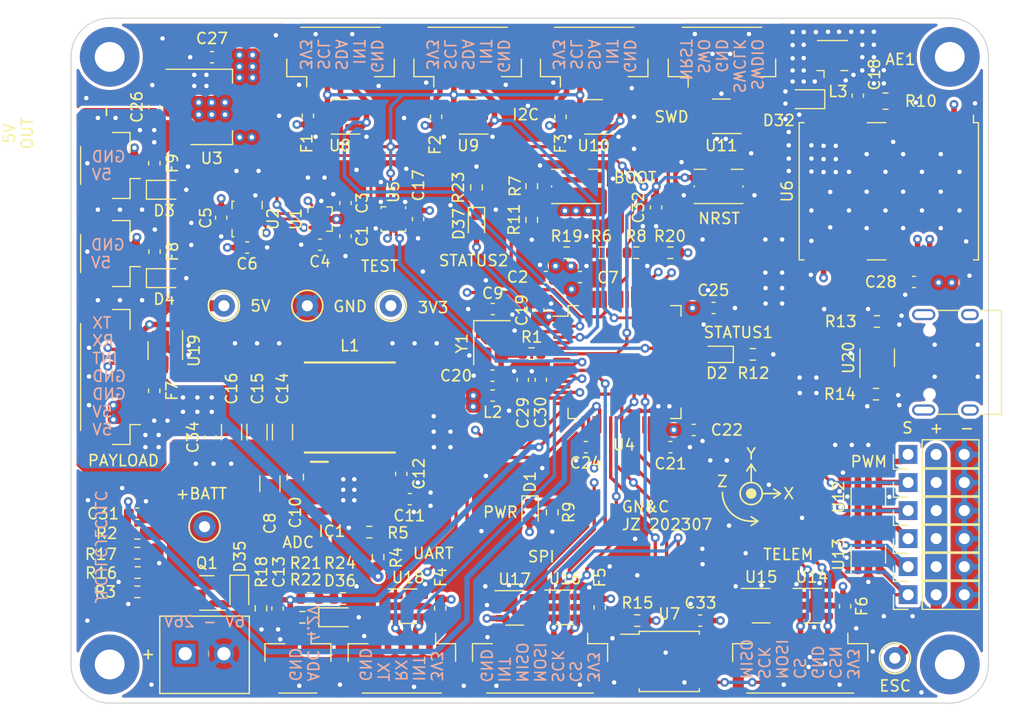
<source format=kicad_pcb>
(kicad_pcb (version 20221018) (generator pcbnew)
  (layers (0 "F.Cu" signal) (1 "In1.Cu" signal) (2 "In2.Cu" signal) (31 "B.Cu" power) (34 "B.Paste" user) (35 "F.Paste" user) (36 "B.SilkS" user "B.Silkscreen") (37 "F.SilkS" user "F.Silkscreen") (38 "B.Mask" user) (39 "F.Mask" user) (44 "Edge.Cuts" user))
  (net 0 "")
  (net 1 "V_BAT_SENSE")
  (net 2 "+BATT")
  (net 3 "+5V")
  (net 4 "+3V3")
  (net 5 "SDA")
  (net 6 "GND")
  (net 7 "SCL")
  (net 8 "CE")
  (net 9 "SCK")
  (net 10 "MISO")
  (net 11 "MOSI")
  (net 12 "CSN")
  (net 13 "Servo 1")
  (net 14 "Servo 2")
  (net 15 "Servo 3")
  (net 16 "Servo 4")
  (net 17 "ESC")
  (net 18 "Net-(C18-Pad1)")
  (net 23 "Net-(U6-VCC_RF)")
  (net 29 "Net-(AE1-A)")
  (net 30 "USART3_TX")
  (net 31 "USART3_RX")
  (net 32 "CS_EXTRA")
  (net 33 "Net-(U4-PH1)")
  (net 34 "Net-(C20-Pad1)")
  (net 35 "Net-(IC1-FB)")
  (net 37 "Net-(IC1-VCC)")
  (net 38 "Net-(IC1-BOOT)")
  (net 39 "Net-(IC1-SW)")
  (net 40 "+5VA")
  (net 45 "Net-(D1-K)")
  (net 47 "Servo 5")
  (net 48 "Net-(D2-K)")
  (net 50 "Net-(U4-VCAP_1)")
  (net 52 "ADC12_IN14")
  (net 53 "UART4_TX")
  (net 54 "USART2_RX")
  (net 55 "Net-(D37-K)")
  (net 56 "USART2_TX")
  (net 57 "UART4_RX")
  (net 58 "Net-(U4-VDDA)")
  (net 61 "USB_D-")
  (net 62 "USB_D+")
  (net 63 "Net-(U4-PH0)")
  (net 65 "SWO")
  (net 66 "Net-(U1-C1)")
  (net 67 "SWDIO")
  (net 68 "SWCLK")
  (net 71 "NRST")
  (net 74 "FLASH_CS")
  (net 77 "Net-(J18-CC1)")
  (net 78 "Net-(J18-CC2)")
  (net 83 "BOOT0")
  (net 87 "Net-(R11-Pad1)")
  (net 88 "Net-(R16-Pad1)")
  (net 89 "Net-(R20-Pad2)")
  (net 90 "Net-(R19-Pad2)")
  (net 92 "Net-(J4-Pin_1)")
  (net 93 "Net-(J8-Pin_1)")
  (net 94 "Net-(J6-Pin_1)")
  (net 95 "Net-(J3-Pin_1)")
  (net 96 "Net-(J7-Pin_1)")
  (net 97 "Net-(D4-K)")
  (net 98 "Net-(J2-Pin_1)")
  (net 99 "INT_GPS")
  (net 100 "INT_BARO")
  (net 101 "INT_PI")
  (net 104 "LED1")
  (net 105 "Net-(D35-A)")
  (net 106 "Net-(D3-K)")
  (net 107 "Net-(D36-K)")
  (net 108 "LED2")
  (net 110 "Net-(R21-Pad2)")
  (net 112 "Net-(J9-Pin_1)")
  (net 113 "INT1")
  (net 114 "INT2")
  (net 115 "INT3")
  (net 116 "INT4")
  (net 117 "INT5")
  (net 136 "Net-(J5-Pin_3)")
  (footprint "Connector_JST:JST_GH_BM05B-GHS-TBT_1x05-1MP_P1.25mm_Vertical" (layer "F.Cu") (at 73.7 60.8)
    (fp_text reference "J4")
    (fp_text value "SM05B-GHS-TB")
  )
  (footprint "MountingHole:MountingHole_2.7mm_M2.5_Pad" (layer "F.Cu") (at 52.82 115.87 -90)
    (fp_text reference "H2")
    (fp_text value "MountingHole")
  )
  (footprint "Fuse:Fuse_0603_1608Metric" (layer "F.Cu") (at 56.85 91.1 -90)
    (fp_text reference "F7")
    (fp_text value "F0603HI2500V032T 2.5A")
  )
  (footprint "Capacitor_SMD:C_0603_1608Metric" (layer "F.Cu") (at 74.15 77.1 -90)
    (fp_text reference "C1")
    (fp_text value "1uF")
  )
  (footprint "Package_TO_SOT_SMD:SOT-23-6" (layer "F.Cu") (at 108.157107 66.25 180)
    (fp_text reference "U11")
    (fp_text value "USBLC6-4SC6")
  )
  (footprint "MountingHole:MountingHole_2.7mm_M2.5_Pad" (layer "F.Cu") (at 128.82 115.87 -90)
    (fp_text reference "H4")
    (fp_text value "MountingHole")
  )
  (footprint "Resistor_SMD:R_0603_1608Metric" (layer "F.Cu") (at 94.15 78.6)
    (fp_text reference "R19")
    (fp_text value "1k")
  )
  (footprint "Resistor_SMD:R_0603_1608Metric" (layer "F.Cu") (at 55.35 107.55 180)
    (fp_text reference "R16")
    (fp_text value "24.3k")
  )
  (footprint "Package_TO_SOT_SMD:SOT-23-6" (layer "F.Cu") (at 121.45 100.7 90)
    (fp_text reference "U12")
    (fp_text value "USBLC6-4SC6")
  )
  (footprint "Connector_PinHeader_2.54mm:PinHeader_1x03_P2.54mm_Vertical" (layer "F.Cu") (at 125.05 104.48 90)
    (fp_text reference "J14")
    (fp_text value "Header1x3Pin")
  )
  (footprint "Diode_SMD:D_SOD-323" (layer "F.Cu") (at 57.75 80.9)
    (fp_text reference "D4")
    (fp_text value "PESD5V0U1UA")
  )
  (footprint "Package_TO_SOT_SMD:SOT-23-6" (layer "F.Cu") (at 89.4625 110.75)
    (fp_text reference "U17")
    (fp_text value "USBLC6-4SC6")
  )
  (footprint "Fuse:Fuse_0603_1608Metric" (layer "F.Cu") (at 82.35 66.2875 -90)
    (fp_text reference "F2")
    (fp_text value "0467.250NRHF 250mAh")
  )
  (footprint "Resistor_SMD:R_0603_1608Metric" (layer "F.Cu") (at 77.1 106.152 90)
    (fp_text reference "R4")
    (fp_text value "100k")
  )
  (footprint "Resistor_SMD:R_0603_1608Metric" (layer "F.Cu") (at 76.313 103.892 180)
    (fp_text reference "R5")
    (fp_text value "24.3k")
  )
  (footprint "Resistor_SMD:R_0603_1608Metric" (layer "F.Cu") (at 73.925 109.9)
    (fp_text reference "R24")
    (fp_text value "24.3k")
  )
  (footprint "Package_TO_SOT_SMD:SOT-23-6" (layer "F.Cu") (at 94 110.7)
    (fp_text reference "U16")
    (fp_text value "USBLC6-4SC6")
  )
  (footprint "LED_SMD:LED_0603_1608Metric" (layer "F.Cu") (at 107.75 87.8 180)
    (fp_text reference "D2")
    (fp_text value "RED")
  )
  (footprint "Connector_PinHeader_2.54mm:PinHeader_1x03_P2.54mm_Vertical" (layer "F.Cu") (at 125.05 109.56 90)
    (fp_text reference "J11")
    (fp_text value "Header1x3Pin")
  )
  (footprint "Connector_JST:JST_GH_BM02B-GHS-TBT_1x02-1MP_P1.25mm_Vertical" (layer "F.Cu") (at 52.8 70.7 90)
    (fp_text reference "J13")
    (fp_text value "SM02B-GHS-TB")
  )
  (footprint "Package_TO_SOT_SMD:SOT-23-6" (layer "F.Cu") (at 111.75 110.55)
    (fp_text reference "U15")
    (fp_text value "USBLC6-4SC6")
  )
  (footprint "Package_TO_SOT_SMD:SOT-223-3_TabPin2" (layer "F.Cu") (at 62.021899 65.4)
    (fp_text reference "U3")
    (fp_text value "AP7361C-33ER-13")
  )
  (footprint "Resistor_SMD:R_0603_1608Metric" (layer "F.Cu") (at 100.45 78.6 180)
    (fp_text reference "R8")
    (fp_text value "1k")
  )
  (footprint "Button_Switch_SMD:SW_Push_1P1T-SH_NO_CK_KMR2xxG" (layer "F.Cu") (at 107.9 72.6)
    (fp_text reference "SW1")
    (fp_text value "KMR221GLFS")
  )
  (footprint "Connector_PinHeader_2.54mm:PinHeader_1x03_P2.54mm_Vertical" (layer "F.Cu") (at 125.05 101.94 90)
    (fp_text reference "J15")
    (fp_text value "Header1x3Pin")
  )
  (footprint "MountingHole:MountingHole_2.7mm_M2.5_Pad" (layer "F.Cu") (at 128.82 60.87 180)
    (fp_text reference "H1")
    (fp_text value "MountingHole")
  )
  (footprint "Capacitor_SMD:C_0603_1608Metric" (layer "F.Cu") (at 95.372489 80.8)
    (fp_text reference "C7")
    (fp_text value "0.1uF")
  )
  (footprint "Package_QFP:LQFP-64_10x10mm_P0.5mm" (layer "F.Cu") (at 99.392489 88.5)
    (fp_text reference "U4")
    (fp_text value "STM32F446RET6")
  )
  (footprint "Capacitor_SMD:C_1206_3216Metric" (layer "F.Cu") (at 66.144879 94.835 -90)
    (fp_text reference "C15")
    (fp_text value "22uF")
  )
  (footprint "Capacitor_SMD:C_0603_1608Metric" (layer "F.Cu") (at 103.55 96.2)
    (fp_text reference "C21")
    (fp_text value "4.7uF")
  )
  (footprint "Capacitor_SMD:C_0603_1608Metric" (layer "F.Cu") (at 74.15 74.1025 90)
    (fp_text reference "C3")
    (fp_text value "0.1uF")
  )
  (footprint "Capacitor_SMD:C_0603_1608Metric" (layer "F.Cu") (at 87.45 89.73 180)
    (fp_text reference "C20")
    (fp_text value "12pF")
  )
  (footprint "Connector_USB:USB_C_Receptacle_HRO_TYPE-C-31-M-12" (layer "F.Cu") (at 129.588949 88.52 90)
    (fp_text reference "J18")
    (fp_text value "USB_C_Receptacle")
  )
  (footprint "Capacitor_SMD:C_0603_1608Metric" (layer "F.Cu") (at 120.5 64.375 90)
    (fp_text reference "C18")
    (fp_text value "X7R 0.1uF 10% 16V")
  )
  (footprint "Connector_JST:JST_GH_BM07B-GHS-TBT_1x07-1MP_P1.25mm_Vertical" (layer "F.Cu") (at 91.75 115.85 180)
    (fp_text reference "J7")
    (fp_text value "SM07B-GHS-TB")
  )
  (footprint "Fuse:Fuse_0603_1608Metric" (layer "F.Cu") (at 56.8625 70.5 -90)
    (fp_text reference "F9")
    (fp_text value "0467.250NRHF 250mAh")
  )
  (footprint "Capacitor_SMD:C_0603_1608Metric" (layer "F.Cu") (at 106.24 111.9 180)
    (fp_text reference "C33")
    (fp_text value "0.1uF")
  )
  (footprint "Resistor_SMD:R_0603_1608Metric" (layer "F.Cu") (at 55.325 105.8)
    (fp_text reference "R17")
    (fp_text value "1k")
  )
  (footprint "Package_TO_SOT_SMD:SOT-23-6" (layer "F.Cu") (at 122.25 88.1 90)
    (fp_text reference "U20")
    (fp_text value "USBLC6-4SC6")
  )
  (footprint "Inductor_SMD:L_0402_1005Metric" (layer "F.Cu") (at 118.7 65.175)
    (fp_text reference "L3")
    (fp_text value "27nH >300mA >500R @ GNSS Freq.")
  )
  (footprint "Fuse:Fuse_0603_1608Metric" (layer "F.Cu") (at 56.875 78.5 -90)
    (fp_text reference "F8")
    (fp_text value "0467.250NRHF 250mAh")
  )
  (footprint "Package_TO_SOT_SMD:SOT-23-6" (layer "F.Cu") (at 85.25 66.3 180)
    (fp_text reference "U9")
    (fp_text value "USBLC6-4SC6")
  )
  (footprint "Resistor_SMD:R_0603_1608Metric" (layer "F.Cu") (at 111 87.8)
    (fp_text reference "R12")
    (fp_text value "1k")
  )
  (footprint "Capacitor_SMD:C_0603_1608Metric" (layer "F.Cu") (at 65.2575 78.125)
    (fp_text reference "C6")
    (fp_text value "0.1uF")
  )
  (footprint "Capacitor_SMD:C_0603_1608Metric" (layer "F.Cu") (at 90.192489 90.1 90)
    (fp_text reference "C29")
    (fp_text value "1uF")
  )
  (footprint "Connector_JST:JST_GH_BM07B-GHS-TBT_1x07-1MP_P1.25mm_Vertical" (layer "F.Cu") (at 52.8 89.85 90)
    (fp_text reference "J5")
    (fp_text value "SM07B-GHS-TB")
  )
  (footprint "Inductor_SMD:L_0603_1608Metric" (layer "F.Cu") (at 87.4625 91.53)
    (fp_text reference "L2")
    (fp_text value "39nH")
  )
  (footprint "Capacitor_SMD:C_0603_1608Metric" (layer "F.Cu") (at 95.892489 96.2 180)
    (fp_text reference "C24")
    (fp_text value "0.1uF")
  )
  (footprint "Diode_SMD:D_SOD-323" (layer "F.Cu") (at 64.55 109.4 -90)
    (fp_text reference "D35")
    (fp_text value "PDZ10B,115 10V 400mW")
  )
  (footprint "Capacitor_SMD:C_0603_1608Metric" (layer "F.Cu") (at 79.969879 100.91)
    (fp_text reference "C11")
    (fp_text value "1uF")
  )
  (footprint "Package_TO_SOT_SMD:SOT-23-6" (layer "F.Cu") (at 116.45 110.55)
    (fp_text reference "U14")
    (fp_text value "USBLC6-4SC6")
  )
  (footprint "Fuse:Fuse_0603_1608Metric" (layer "F.Cu") (at 82.71875 110.78125 90)
    (fp_text reference "F4")
    (fp_text value "0467.250NRHF 250mAh")
  )
  (footprint "Package_TO_SOT_SMD:SOT-23-6" (layer "F.Cu") (at 121.45 105.9 90)
    (fp_text reference "U13")
    (fp_text value "USBLC6-4SC6")
  )
  (footprint "TestPoint:TestPoint_Keystone_5000-5004_Miniature" (layer "F.Cu") (at 61.4 103.4)
    (fp_text reference "TP5")
    (fp_text value "TestPoint")
  )
  (footprint "Capacitor_SMD:C_0603_1608Metric" (layer "F.Cu") (at 55.325 102.225)
    (fp_text reference "C31")
    (fp_text value "0.1uF")
  )
  (footprint "MountingHole:MountingHole_2.7mm_M2.5_Pad" (layer "F.Cu") (at 52.82 60.87 -90)
    (fp_text reference "H3")
    (fp_text value "MountingHole")
  )
  (footprint "Package_LGA:ST_HLGA-10_2x2mm_P0.5mm_LayoutBorder3x2y" (layer "F.Cu") (at 78.485 75.55 -90)
    (fp_text reference "U5")
    (fp_text value "LPS22HH")
  )
  (footprint "Resistor_SMD:R_0603_1608Metric" (layer "F.Cu") (at 91 75.625 -90)
    (fp_text reference "R11")
    (fp_text value "5.1k")
  )
  (footprint "Resistor_SMD:R_0603_1608Metric" (layer "F.Cu") (at 92.85 102.1 -90)
    (fp_text reference "R9")
    (fp_text value "1k")
  )
  (footprint "Connector_PinHeader_2.54mm:PinHeader_1x03_P2.54mm_Vertical" (layer "F.Cu") (at 125.045 96.86 90)
    (fp_text reference "J10")
    (fp_text value "Header1x3Pin")
  )
  (footprint "Connector_JST:JST_GH_BM02B-GHS-TBT_1x02-1MP_P1.25mm_Vertical" (layer "F.Cu") (at 69.85 115.85 180)
    (fp_text reference "J19")
    (fp_text value "SM02B-GHS-TB")
  )
  (footprint "Resistor_SMD:R_0603_1608Metric" (layer "F.Cu") (at 66.5 110.8 -90)
    (fp_text reference "R18")
    (fp_text value "100k")
  )
  (footprint "Package_LGA:LGA-14_3x2.5mm_P0.5mm_LayoutBorder3x4y" (layer "F.Cu") (at 65.2475 75.55 -90)
    (fp_text reference "U2")
    (fp_text value "BMI270")
  )
  (footprint "Resistor_SMD:R_0603_1608Metric" (layer "F.Cu") (at 86 72.685 90)
    (fp_text reference "R23")
    (fp_text value "1k")
  )
  (footprint "Capacitor_SMD:C_0603_1608Metric" (layer "F.Cu") (at 87.475 83.7)
    (fp_text reference "C9")
    (fp_text value "12pF")
  )
  (footprint "Resistor_SMD:R_0603_1608Metric" (layer "F.Cu") (at 70.925 109.9)
    (fp_text reference "R21")
    (fp_text value "24.3k")
  )
  (footprint "LED_SMD:LED_0603_1608Metric" (layer "F.Cu") (at 86 75.985 -90)
    (fp_text reference "D37")
    (fp_text value "RED")
  )
  (footprint "Fuse:Fuse_0603_1608Metric" (layer "F.Cu") (at 93.6 66.3 -90)
    (fp_text reference "F3")
    (fp_text value "0467.250NRHF 250mAh")
  )
  (footprint "Capacitor_SMD:C_0603_1608Metric" (layer "F.Cu") (at 91.817489 90.1 90)
    (fp_text reference "C30")
    (fp_text value "10nF")
  )
  (footprint "Capacitor_SMD:C_0603_1608Metric" (layer "F.Cu") (at 91.592489 83.8 90)
    (fp_text reference "C19")
    (fp_text value "0.1uF")
  )
  (footprint "TestPoint:TestPoint_Keystone_5000-5004_Miniature" (layer "F.Cu") (at 78.25 83.4 180)
    (fp_text reference "TP4")
    (fp_text value "TestPoint")
  )
  (footprint "Capacitor_SMD:C_0603_1608Metric" (layer "F.Cu") (at 102.25 74.5 -90)
    (fp_text reference "C32")
    (fp_text value "0.1uF")
  )
  (footprint "Connector_JST:JST_GH_BM05B-GHS-TBT_1x05-1MP_P1.25mm_Vertical" (layer "F.Cu") (at 85.2 60.8)
    (fp_text reference "J6")
    (fp_text value "SM05B-GHS-TB")
  )
  (footprint "Connector_PinHeader_2.54mm:PinHeader_1x03_P2.54mm_Vertical" (layer "F.Cu") (at 125.05 99.4 90)
    (fp_text reference "J16")
    (fp_text value "Header1x3Pin")
  )
  (footprint "LED_SMD:LED_0603_1608Metric" (layer "F.Cu") (at 90.85 102.1 -90)
    (fp_text reference "D1")
    (fp_text value "GREEN")
  )
  (footprint "Capacitor_SMD:C_0603_1608Metric" (layer "F.Cu") (at 68 110.8 -90)
    (fp_text reference "C13")
    (fp_text value "0.1uF")
  )
  (footprint "Capacitor_SMD:C_0603_1608Metric" (layer "F.Cu") (at 62.071899 60.9 180)
    (fp_text reference "C27")
    (fp_text value "4.7uF")
  )
  (footprint "Capacitor_SMD:C_0805_2012Metric" (layer "F.Cu") (at 69.613 98.91 90)
    (fp_text reference "C10")
    (fp_text value "220nF")
  )
  (footprint "Connector_Coaxial:U.FL_Hirose_U.FL-R-SMT-1_Vertical" (layer "F.Cu") (at 118.2 61.225 90)
    (fp_text reference "AE1")
    (fp_text value "Antenna")
  )
  (footprint "Capacitor_SMD:C_1206_3216Metric" (layer "F.Cu") (at 63.844879 94.835 -90)
    (fp_text reference "C16")
    (fp_text value "22uF")
  )
  (footprint "Package_LGA:LGA-12_2x2mm_P0.5mm" (layer "F.Cu") (at 71.85 75.555 90)
    (fp_text reference "U1")
    (fp_text value "LIS3MDL")
  )
  (footprint "Resistor_SMD:R_0603_1608Metric" (layer "F.Cu") (at 55.325 104 180)
    (fp_text reference "R2")
    (fp_text value "100k")
  )
  (footprint "TestPoint:TestPoint_Keystone_5000-5004_Miniature" (layer "F.Cu") (at 123.85 115.3 180)
    (fp_text reference "TP2")
    (fp_text value "TestPoint")
  )
  (footprint "Capacitor_SMD:C_0603_1608Metric" (layer "F.Cu") (at 105.65 94.6425)
    (fp_text reference "C22")
    (fp_text value "0.1uF")
  )
  (footprint "Fuse:Fuse_0603_1608Metric" (layer "F.Cu") (at 70.75 66.2 -90)
    (fp_text reference "F1")
    (fp_text value "0467.250NRHF 250mAh")
  )
  (footprint "Package_SO:SOIC-8_5.23x5.23mm_P1.27mm" (layer "F.Cu") (at 103.44 115.6)
    (fp_text reference "U7")
    (fp_text value "W25Q128JVSIQ")
  )
  (footprint "Resistor_SMD:R_0603_1608Metric" (layer "F.Cu") (at 70.25 111.6 180)
    (fp_text reference "R22")
    (fp_text value "24.3k")
  )
  (footprint "Capacitor_SMD:C_0603_1608Metric" (layer "F.Cu") (at 79.194879 98.61 90)
    (fp_text reference "C12")
    (fp_text value "0.1uF")
  )
  (footprint "Capacitor_SMD:C_0603_1608Metric" (layer "F.Cu") (at 62.91 75.425 -90)
    (fp_text reference "C5")
    (fp_text value "0.1uF")
  )
  (footprint "Resistor_SMD:R_0603_1608Metric" (layer "F.Cu") (at 97.292489 78.6)
    (fp_text reference "R6")
    (fp_text value "1k")
  )
  (footprint "Capacitor_SMD:C_0603_1608Metric" (layer "F.Cu") (at 125.572502 81.246581 180)
    (fp_text reference "C28")
    (fp_text value "1uF")
  )
  (footprint "Capacitor_SMD:C_0603_1608Metric" (layer "F.Cu") (at 71.845 77.87 180)
    (fp_text reference "C4")
    (fp_text value "0.1uF")
  )
  (footprint "Connector_PinHeader_2.54mm:PinHeader_1x03_P2.54mm_Vertical" (layer "F.Cu") (at 125.05 107.02 90)
    (fp_text reference "J12")
    (fp_text value "Header1x3Pin")
  )
  (footprint "Diode_SMD:D_SOD-323" (layer "F.Cu") (at 73.35 111.6)
    (fp_text reference "D36")
    (fp_text value "PESD5V0U1UA")
  )
  (footprint "Diode_SMD:D_SOD-323" (layer "F.Cu") (at 57.75 72.9)
    (fp_text reference "D3")
    (fp_text value "PESD5V0U1UA")
  )
  (footprint "Capacitor_SMD:C_0603_1608Metric" (layer "F.Cu") (at 56.85 65.4 90)
    (fp_text reference "C26")
    (fp_text value "4.7uF")
  )
  (footprint "Capacitor_SMD:C_0603_1608Metric" (layer "F.Cu") (at 107.45 83.6)
    (fp_text reference "C25")
    (fp_text value "0.1uF")
  )
  (footprint "Capacitor_SMD:C_1206_3216Metric" (layer "F.Cu") (at 68.453 94.835014 -90)
    (fp_text reference "C14")
    (fp_text value "22uF")
  )
  (footprint "Fuse:Fuse_0603_1608Metric" (layer "F.Cu") (at 97.15 110.7125 90)
    (fp_text reference "F5")
    (fp_text value "0467.250NRHF 250mAh")
  )
  (footprint "TestPoint:TestPoint_Keystone_5000-5004_Miniature" (layer "F.Cu") (at 70.7 83.4)
    (fp_text reference "TP1")
    (fp_text value "TestPoint")
  )
  (footprint "Resistor_SMD:R_0603_1608Metric" (layer "F.Cu") (at 122.15 91.4 180)
    (fp_text reference "R14")
    (fp_text value "5.1k")
  )
  (footprint "Capacitor_SMD:C_0603_1608Metric" (layer "F.Cu") (at 61.926758 95.3 -90)
    (fp_text reference "C34")
    (fp_text value "0.1uF")
  )
  (footprint "Capacitor_SMD:C_1206_3216Metric" (layer "F.Cu") (at 67.313 99.509972 90)
    (fp_text reference "C8")
    (fp_text value "10uF")
  )
  (footprint "Resistor_SMD:R_0603_1608Metric" (layer "F.Cu") (at 103.532511 78.6 180)
    (fp_text reference "R20")
    (fp_text value "1k")
  )
  (footprint "FlightComputerLibrary:1217AS-H-3R3N_P3" (layer "F.Cu") (at 74.544879 92.61 180)
    (fp_text reference "L1")
    (fp_text value "1217AS-H-3R3N 3.3uH 6.8A 14.4mOhm" hide)
  )
  (footprint "Resistor_SMD:R_0603_1608Metric" (layer "F.Cu") (at 55.325 109.3 180)
    (fp_text reference "R3")
    (fp_text value "24.3k")
  )
  (footprint "Resistor_SMD:R_0805_2012Metric" (layer "F.Cu") (at 123 64.875)
    (fp_text reference "R10")
    (fp_text value "10R 10% 0.25W")
  )
  (footprint "Connector_JST:JST_GH_BM05B-GHS-TBT_1x05-1MP_P1.25mm_Vertical" (layer "F.Cu") (at 108.207107 60.8)
    (fp_text reference "J1")
    (fp_text value "SM05B-GHS-TB")
  )
  (footprint "Connector_JST:JST_GH_BM07B-GHS-TBT_1x07-1MP_P1.25mm_Vertical" (layer "F.Cu") (at 115.285 115.85 180)
    (fp_text reference "J3")
    (fp_text value "SM07B-GHS-TB")
  )
  (footprint "Package_TO_SOT_SMD:SOT-23" (layer "F.Cu") (at 61.6125 109.4 180)
    (fp_text reference "Q1")
    (fp_text value "SI2369BDS-T1-GE3 30V 5.6A")
  )
  (footprint "Resistor_SMD:R_0603_1608Metric" (layer "F.Cu") (at 90.992489 87.73 180)
    (fp_text reference "R1")
    (fp_text value "47R")
  )
  (footprint "Resistor_SMD:R_0603_1608Metric" (layer "F.Cu") (at 122.225 84.825 180)
    (fp_text reference "R13")
    (fp_text value "5.1k")
  )
  (footprint "TestPoint:TestPoint_Keystone_5000-5004_Miniature" (layer "F.Cu") (at 63.15 83.4)
    (fp_text reference "TP3")
    (fp_text value "TestPoint")
  )
  (footprint "Button_Switch_SMD:SW_Push_1P1T-SH_NO_CK_KMR2xxG" (layer "F.Cu") (at 95 72.6)
    (fp_text reference "SW2")
    (fp_text value "KMR221GLFS")
  )
  (footprint "Package_TO_SOT_SMD:SOT-23-6" (layer "F.Cu") (at 96.6 66.3 180)
    (fp_text reference "U10")
    (fp_text value "USBLC6-4SC6")
  )
  (footprint "Capacitor_SMD:C_0603_1608Metric" (layer "F.Cu") (at 92.275 80.8 180)
    (fp_text reference "C2")
    (fp_text value "4.7uF")
  )
  (footprint "Package_TO_SOT_SMD:SOT-23-6" (layer "F.Cu") (at 79.8125 110.6)
    (fp_text reference "U18")
    (fp_text value "USBLC6-4SC6")
  )
  (footprint "Package_TO_SOT_SMD:SOT-23-6" (layer "F.Cu") (at 73.65 66.3 180)
    (fp_text reference "U8")
    (fp_text value "USBLC6-4SC6")
  )
  (footprint "FlightComputerLibrary:OST_OSTTE020104" (layer "F.Cu") (at 61.4 114.9)
    (fp_text reference "J2")
    (fp_text value "Screw_Terminal_01x02")
  )
  (footprint "FlightComputerLibrary:LMR33640DDDAR" (layer "F.Cu") (at 74.501 100.105)
    (fp_text reference "IC1")
    (fp_text value "LMR33640DDDAR" hide)
  )
  (footprint "Resistor_SMD:R_0603_1608Metric" (layer "F.Cu") (at 91 72.575 -90)
    (fp_text reference "R7")
    (fp_text value "5.1k")
  )
  (footprint "Package_TO_SOT_SMD:SOT-23-6" (layer "F.Cu") (at 57.85 87.4625 -90)
    (fp_text reference "U19")
    (fp_text value "USBLC6-4SC6")
  )
  (footprint "Crystal:Crystal_SMD_3225-4Pin_3.2x2.5mm" (layer "F.Cu") (at 87.4 86.75 -90)
    (fp_text reference "Y1")
    (fp_text value "16MHz")
  )
  (footprint "RF_GPS:ublox_NEO" (layer "F.Cu") (at 123.3 73.035 -90)
    (fp_text reference "U6")
    (fp_text value "NEO-M9N")
  )
  (footprint "Fuse:Fuse_0603_1608Metric" (layer "F.Cu") (at 119.35 110.6 90)
    (fp_text reference "F6")
    (fp_text value "0467.250NRHF 250mAh")
  )
  (footprint "Capacitor_SMD:C_0603_1608Metric" (layer "F.Cu") (at 80.715 75.55 -90)
    (fp_text reference "C17")
    (fp_text value "0.1uF")
  )
  (footprint "Resistor_SMD:R_0603_1608Metric" (layer "F.Cu") (at 100.54 111.9 180)
    (fp_text reference "R15")
    (fp_text value "5.1k")
  )
  (footprint "Connector_JST:JST_GH_BM05B-GHS-TBT_1x05-1MP_P1.25mm_Vertical" (layer "F.Cu") (at 79.25 115.85 180)
    (fp_text reference "J9")
    (fp_text value "SM05B-GHS-TB")
  )
  (footprint "Connector_JST:JST_GH_BM02B-GHS-TBT_1x02-1MP_P1.25mm_Vertical" (layer "F.Cu") (at 52.8 78.675 90)
    (fp_text reference "J17")
    (fp_text value "SM02B-GHS-TB")
  )
  (footprint "Connector_JST:JST_GH_BM05B-GHS-TBT_1x05-1MP_P1.25mm_Vertical" (layer "F.Cu") (at 96.65 60.8)
    (fp_text reference "J8")
    (fp_text value "SM05B-GHS-TB")
  )
  (footprint "Diode_SMD:D_SOD-323" (layer "F.Cu") (at 115.9 64.7 180)
    (fp_text reference "D32")
    (fp_text value "PESD5V0U1UA")
  )
  (gr_line (start 111.45 102.9) (end 110.85 103.3) (stroke (width 0.15)) (layer "F.SilkS"))
  (gr_line (start 111.45 102.9) (end 110.85 102.9) (stroke (width 0.15)) (layer "F.SilkS"))
  (gr_arc (start 110.85 102.9) (mid 109.011522 102.138478) (end 108.25 100.3) (stroke (width 0.15)) (layer "F.SilkS"))
  (gr_line (start 111.45 102.9) (end 110.85 102.5) (stroke (width 0.15)) (layer "F.SilkS"))
  (gr_line (start 113.5 100.4) (end 112.9 100) (stroke (width 0.15)) (layer "F.SilkS"))
  (gr_line (start 110.85 97.75) (end 110.45 98.35) (stroke (width 0.15)) (layer "F.SilkS"))
  (gr_line (start 113.5 100.4) (end 112.9 100.8) (stroke (width 0.15)) (layer "F.SilkS"))
  (gr_line (start 110.85 99.398751) (end 110.85 97.75) (stroke (width 0.15)) (layer "F.SilkS"))
  (gr_circle (center 110.85 100.4) (end 111.85 100.45) (stroke (width 0.15)) (fill none) (layer "F.SilkS"))
  (gr_line (start 110.85 97.75) (end 111.25 98.35) (stroke (width 0.15)) (layer "F.SilkS"))
  (gr_line (start 111.851249 100.4) (end 113.5 100.4) (stroke (width 0.15)) (layer "F.SilkS"))
  (gr_circle (center 110.85 100.4) (end 111.25 100.45) (stroke (width 0.15)) (fill solid) (layer "F.SilkS"))
  (gr_arc locked (start 49.32 60.87) (mid 50.345126 58.395127) (end 52.82 57.37) (stroke (width 0.1)) (layer "Edge.Cuts"))
  (gr_arc locked (start 128.82 57.37) (mid 131.294873 58.395126) (end 132.32 60.87) (stroke (width 0.1)) (layer "Edge.Cuts"))
  (gr_line locked (start 52.82 57.37) (end 128.82 57.37) (stroke (width 0.1)) (layer "Edge.Cuts"))
  (gr_line locked (start 49.32 115.87) (end 49.32 60.87) (stroke (width 0.1)) (layer "Edge.Cuts"))
  (gr_arc locked (start 132.32 115.87) (mid 131.294874 118.344873) (end 128.82 119.37) (stroke (width 0.1)) (layer "Edge.Cuts"))
  (gr_line locked (start 132.32 60.87) (end 132.32 115.87) (stroke (width 0.1)) (layer "Edge.Cuts"))
  (gr_line locked (start 52.82 119.37) (end 128.82 119.37) (stroke (width 0.1)) (layer "Edge.Cuts"))
  (gr_arc locked (start 52.82 119.37) (mid 50.345127 118.344874) (end 49.32 115.87) (stroke (width 0.1)) (layer "Edge.Cuts"))
  (gr_text "GND\nINT\nSDA\nSCL\n3V3" (at 69.95 59.18 270) (layer "B.SilkS") (effects (font (size 1 1)) (justify right bottom mirror)))
  (gr_text "ADC 4.2V\nGND" (at 69 117.5 270) (layer "B.SilkS") (effects (font (size 1 1)) (justify left bottom mirror)))
  (gr_text "SWDIO\nSWCLK\nGND\nSWO\nNRST" (at 104.35 59.15 270) (layer "B.SilkS") (effects (font (size 1 1)) (justify right bottom mirror)))
  (gr_text "3V3\nCS\nSCK\nMOSI\nMISO\nINT\nGND" (at 86.3 117.6 270) (layer "B.SilkS") (effects (font (size 1 1)) (justify left bottom mirror)))
  (gr_text "3V3\nINT\nRX\nTX\nGND" (at 75.35 117.5 270) (layer "B.SilkS") (effects (font (size 1 1)) (justify left bottom mirror)))
  (gr_text "JLCJLCJLCJLC" (at 52 105.25 -90) (layer "B.SilkS") (effects (font (size 1 1)) (justify mirror)))
  (gr_text "GND\nINT\nSDA\nSCL\n3V3" (at 81.405 59.18 270) (layer "B.SilkS") (effects (font (size 1 1)) (justify right bottom mirror)))
  (gr_text "3V3\nCSN\nGND\nCS\nMOSI\nSCK\nMISO" (at 109.8 117.3 270) (layer "B.SilkS") (effects (font (size 1 1)) (justify left bottom mirror)))
  (gr_text "GND\n5V" (at 51.1 72.1) (layer "B.SilkS") (effects (font (size 1 1)) (justify right bottom mirror)))
  (gr_text "6V - 26V" (at 61.4 112) (layer "B.SilkS") (effects (font (size 1 1)) (justify mirror)))
  (gr_text "GND\nINT\nSDA\nSCL\n3V3" (at 92.82 59.18 270) (layer "B.SilkS") (effects (font (size 1 1)) (justify right bottom mirror)))
  (gr_text "GND\n5V" (at 51.0375 80.075) (layer "B.SilkS") (effects (font (size 1 1)) (justify right bottom mirror)))
  (gr_text "TX\nRX\nINT\nGND\nGND\n5V\n5V" (at 51.15 95.2) (layer "B.SilkS") (effects (font (size 1 1)) (justify right bottom mirror)))
  (gr_text "Z" (at 108.25 99.3) (layer "F.SilkS") (effects (font (size 1 1))))
  (gr_text "S  +  -" (at 127.75 94.46) (layer "F.SilkS") (effects (font (size 1 1))))
  (gr_text "NRST" (at 107.95 75.5) (layer "F.SilkS") (effects (font (size 1 1))))
  (gr_text "TELEM" (at 111.85 106.5) (layer "F.SilkS") (effects (font (size 1 1)) (justify left bottom)))
  (gr_text "TEST" (at 75.45 80.4) (layer "F.SilkS") (effects (font (size 1 1)) (justify left bottom)))
  (gr_text "X" (at 114.25 100.4) (layer "F.SilkS") (effects (font (size 1 1))))
  (gr_text "I2C" (at 90.45 66.1) (layer "F.SilkS") (effects (font (size 1 1))))
  (gr_text "3V3" (at 80.6 84.15) (layer "F.SilkS") (effects (font (size 1 1)) (justify left bottom)))
  (gr_text "STATUS1" (at 106.45 86.4) (layer "F.SilkS") (effects (font (size 1 1)) (justify left bottom)))
  (gr_text "ESC" (at 122.35 118.4) (layer "F.SilkS") (effects (font (size 1 1)) (justify left bottom)))
  (gr_text "BOOT" (at 100.35 71.8) (layer "F.SilkS") (effects (font (size 1 1))))
  (gr_text "ADC" (at 68.35 105.4) (layer "F.SilkS") (effects (font (size 1 1)) (justify left bottom)))
  (gr_text "GN&C\nJZ 202307" (at 99.05 102.4) (layer "F.SilkS") (effects (font (size 1 1)) (justify left)))
  (gr_text "STATUS2" (at 82.5 79.9) (layer "F.SilkS") (effects (font (size 1 1)) (justify left bottom)))
  (gr_text "SPI" (at 90.55 106.7) (layer "F.SilkS") (effects (font (size 1 1)) (justify left bottom)))
  (gr_text "Y" (at 110.85 96.8) (layer "F.SilkS") (effects (font (size 1 1))))
  (gr_text "SWD" (at 103.65 66.3) (layer "F.SilkS") (effects (font (size 1 1))))
  (gr_text "PWR" (at 86.5 102.675) (layer "F.SilkS") (effects (font (size 1 1)) (justify left bottom)))
  (gr_text "+" (at 56.3 114.9) (layer "F.SilkS") (effects (font (size 1 1))))
  (gr_text "5V\nOUT" (at 44.55 67.8 90) (layer "F.SilkS") (effects (font (size 1 1))))
  (gr_text "GND" (at 72.95 84.05) (layer "F.SilkS") (effects (font (size 1 1)) (justify left bottom)))
  (gr_text "-" (at 52.45 65.8 90) (layer "F.SilkS") (effects (font (size 1 1))))
  (gr_text "5V" (at 65.45 84) (layer "F.SilkS") (effects (font (size 1 1)) (justify left bottom)))
  (gr_text "UART" (at 80.15 106.4) (layer "F.SilkS") (effects (font (size 1 1)) (justify left bottom)))
  (gr_text "PWM" (at 119.75 98.1) (layer "F.SilkS") (effects (font (size 1 1)) (justify left bottom)))
  (gr_text "+BATT" (at 58.7 101) (layer "F.SilkS") (effects (font (size 1 1)) (justify left bottom)))
  (gr_text "PAYLOAD" (at 50.75 98) (layer "F.SilkS") (effects (font (size 1 1)) (justify left bottom)))
  (segment (start 54.5 101.125) (end 54.5 105.8) (width 0.5) (layer "F.Cu") (net 1))
  (segment (start 96.85 92.5) (end 97.142489 92.792489) (width 0.3) (layer "F.Cu") (net 1))
  (segment (start 97.142489 92.792489) (end 97.142489 94.175) (width 0.3) (layer "F.Cu") (net 1))
  (via (at 54.5 101.125) (size 0.8) (drill 0.4) (layers "F.Cu" "B.Cu") (net 1))
  (via (at 96.85 92.5) (size 0.8) (drill 0.4) (layers "F.Cu" "B.Cu") (net 1))
  (segment (start 82.35 114.7) (end 67.1 114.7) (width 0.5) (layer "B.Cu") (net 1))
  (segment (start 85.15 111.9) (end 82.35 114.7) (width 0.5) (layer "B.Cu") (net 1))
  (segment (start 67.1 114.7) (end 54.5 102.1) (width 0.5) (layer "B.Cu") (net 1))
  (segment (start 54.5 102.1) (end 54.5 101.155635) (width 0.5) (layer "B.Cu") (net 1))
  (segment (start 96.85 92.5) (end 93.95 95.4) (width 0.5) (layer "B.Cu") (net 1))
  (segment (start 93.95 99.2) (end 85.15 108) (width 0.5) (layer "B.Cu") (net 1))
  (segment (start 93.95 95.4) (end 93.95 99.2) (width 0.5) (layer "B.Cu") (net 1))
  (segment (start 85.15 108) (end 85.15 111.9) (width 0.5) (layer "B.Cu") (net 1))
  (segment (start 63.15 83.4) (end 57.9 83.4) (width 1) (layer "F.Cu") (net 3))
  (segment (start 77.1 107.91) (end 77.1 106.977) (width 0.5) (layer "F.Cu") (net 3))
  (via (at 59.45 91.7) (size 0.8) (drill 0.4) (layers "F.Cu" "B.Cu") (net 3))
  (via (at 55.55 67.5) (size 0.8) (drill 0.4) (layers "F.Cu" "B.Cu") (net 3))
  (via (at 56.85 68.6) (size 0.8) (drill 0.4) (layers "F.Cu" "B.Cu") (net 3))
  (via (at 57.25 96.2) (size 0.8) (drill 0.4) (layers "F.Cu" "B.Cu") (net 3))
  (via (at 60.75 93) (size 0.8) (drill 0.4) (layers "F.Cu" "B.Cu") (net 3))
  (via (at 62.05 93) (size 0.8) (drill 0.4) (layers "F.Cu" "B.Cu") (net 3))
  (via (at 56.05 95.1) (size 0.8) (drill 0.4) (layers "F.Cu" "B.Cu") (net 3))
  (via (at 50.8 70.5) (size 0.8) (drill 0.4) (layers "F.Cu" "B.Cu") (net 3))
  (via (at 59.45 93) (size 0.8) (drill 0.4) (layers "F.Cu" "B.Cu") (net 3))
  (via (at 51.75 82.9) (size 0.8) (drill 0.4) (layers "F.Cu" "B.Cu") (net 3))
  (via (at 55.75 82.9) (size 0.8) (drill 0.4) (layers "F.Cu" "B.Cu") (net 3))
  (via (at 56.9 76.5) (size 0.8) (drill 0.4) (layers "F.Cu" "B.Cu") (net 3))
  (via (at 56.05 96.2) (size 0.8) (drill 0.4) (layers "F.Cu" "B.Cu") (net 3))
  (via (at 57.25 95.1) (size 0.8) (drill 0.4) (layers "F.Cu" "B.Cu") (net 3))
  (via (at 50.8 78.5) (size 0.8) (drill 0.4) (layers "F.Cu" "B.Cu") (net 3))
  (via (at 56.85 93.8) (size 0.8) (drill 0.4) (layers "F.Cu" "B.Cu") (net 3))
  (via (at 58.05 93.8) (size 0.8) (drill 0.4) (layers "F.Cu" "B.Cu") (net 3))
  (via (at 56.85 67.5) (size 0.8) (drill 0.4) (layers "F.Cu" "B.Cu") (net 3))
  (via (at 53.75 74.7) (size 0.8) (drill 0.4) (layers "F.Cu" "B.Cu") (net 3))
  (via (at 50.95 89.8) (size 0.8) (drill 0.4) (layers "F.Cu" "B.Cu") (net 3))
  (via (at 53.35 66.4) (size 0.8) (drill 0.4) (layers "F.Cu" "B.Cu") (net 3))
  (via (at 53.75 82.9) (size 0.8) (drill 0.4) (layers "F.Cu" "B.Cu") (net 3))
  (via (at 51.75 74.7) (size 0.8) (drill 0.4) (layers "F.Cu" "B.Cu") (net 3))
  (via (at 51.75 66.4) (size 0.8) (drill 0.4) (layers "F.Cu" "B.Cu") (net 3))
  (via (at 55.75 74.7) (size 0.8) (drill 0.4) (layers "F.Cu" "B.Cu") (net 3))
  (via (at 77.1 107.91) (size 0.8) (drill 0.4) (layers "F.Cu" "B.Cu") (net 3))
  (via (at 50.95 87.2) (size 0.8) (drill 0.4) (layers "F.Cu" "B.Cu") (net 3))
  (via (at 62.05 91.7) (size 0.8) (drill 0.4) (layers "F.Cu" "B.Cu") (net 3))
  (via (at 60.75 91.7) (size 0.8) (drill 0.4) (layers "F.Cu" "B.Cu") (net 3))
  (via (at 50.95 92.4) (size 0.8) (drill 0.4) (layers "F.Cu" "B.Cu") (net 3))
  (segment (start 62.19 93) (end 62.05 93) (width 1) (layer "B.Cu") (net 3))
  (segment (start 77.1 107.91) (end 62.19 93) (width 1) (layer "B.Cu") (net 3))
  (segment (start 96.667489 98.082511) (end 96.667489 96.2) (width 0.5) (layer "F.Cu") (net 4))
  (segment (start 64.4825 78.125) (end 64.4975 78.11) (width 0.25) (layer "F.Cu") (net 4))
  (segment (start 74.3275 74.7) (end 74.15 74.8775) (width 0.25) (layer "F.Cu") (net 4))
  (segment (start 66.988 76.3) (end 66.738 76.05) (width 0.25) (layer "F.Cu") (net 4))
  (segment (start 79.815 75.05) (end 80.085 74.78) (width 0.25) (layer "F.Cu") (net 4))
  (segment (start 70.75 73.9) (end 71.1 74.25) (width 0.25) (layer "F.Cu") (net 4))
  (segment (start 81.765 74.78) (end 80.865 74.78) (width 0.5) (layer "F.Cu") (net 4))
  (segment (start 69.7525 66.9875) (end 70.75 66.9875) (width 0.5) (layer "F.Cu") (net 4))
  (segment (start 82.73125 109.98125) (end 82.71875 109.99375) (width 0.5) (layer "F.Cu") (net 4))
  (segment (start 107.04 111.875) (end 107.04 113.695) (width 0.5) (layer "F.Cu") (net 4))
  (segment (start 119.15 108.8) (end 119.15 109.6125) (width 0.5) (layer "F.Cu") (net 4))
  (segment (start 77.95 77.3) (end 78.235 77.015) (width 0.25) (layer "F.Cu") (net 4))
  (segment (start 63.885 75.05) (end 63.485 74.65) (width 0.25) (layer "F.Cu") (net 4))
  (segment (start 102.265 111.9) (end 101.365 111.9) (width 0.5) (layer "F.Cu") (net 4))
  (segment (start 90.8 102.8875) (end 90.8 103.86875) (width 0.5) (layer "F.Cu") (net 4))
  (segment (start 81.35 67.075) (end 82.35 67.075) (width 0.5) (layer "F.Cu") (net 4))
  (segment (start 78.735 74.7875) (end 79.0225 74.7875) (width 0.25) (layer "F.Cu") (net 4))
  (segment (start 79.0225 74.7875) (end 79.285 75.05) (width 0.25) (layer "F.Cu") (net 4))
  (segment (start 129.2 67.115) (end 129.2 65.177502) (width 0.5) (layer "F.Cu") (net 4))
  (segment (start 79.285 75.05) (end 79.815 75.05) (width 0.25) (layer "F.Cu") (net 4))
  (segment (start 117.4 79.115) (end 117.4 80.875) (width 0.5) (layer "F.Cu") (net 4))
  (segment (start 83.71875 109.98125) (end 82.73125 109.98125) (width 0.5) (layer "F.Cu") (net 4))
  (segment (start 64.4825 78.125) (end 63.465 78.125) (width 0.5) (layer "F.Cu") (net 4))
  (segment (start 105.132511 78.6) (end 104.357511 78.6) (width 0.5) (layer "F.Cu") (net 4))
  (segment (start 78.235 77.015) (end 78.235 76.35) (width 0.25) (layer "F.Cu") (net 4))
  (segment (start 64.335 75.05) (end 63.885 75.05) (width 0.25) (layer "F.Cu") (net 4))
  (segment (start 108.065 111.9) (end 107.015 111.9) (width 0.5) (layer "F.Cu") (net 4))
  (segment (start 98.15 109.925) (end 97.15 109.925) (width 0.5) (layer "F.Cu") (net 4))
  (segment (start 64.4975 78.11) (end 64.4975 76.6375) (width 0.25) (layer "F.Cu") (net 4))
  (segment (start 80.085 74.78) (end 80.865 74.78) (width 0.25) (layer "F.Cu") (net 4))
  (segment (start 71.1 74.25) (end 71.1 74.8) (width 0.25) (layer "F.Cu") (net 4))
  (segment (start 96.642489 94.175) (end 96.642489 95.77) (width 0.3) (layer "F.Cu") (net 4))
  (segment (start 92.6 67.0875) (end 93.6 67.0875) (width 0.5) (layer "F.Cu") (net 4))
  (segment (start 66.988 76.8) (end 66.988 76.3) (width 0.25) (layer "F.Cu") (net 4))
  (segment (start 66.738 76.05) (end 66.16 76.05) (width 0.25) (layer "F.Cu") (net 4))
  (segment (start 119.15 109.6125) (end 119.35 109.8125) (width 0.5) (layer "F.Cu") (net 4))
  (segment (start 62.91 74.65) (end 62.91 73.6875) (width 0.5) (layer "F.Cu") (net 4))
  (segment (start 63.485 74.65) (end 62.91 74.65) (width 0.25) (layer "F.Cu") (net 4))
  (segment (start 96.65 98.1) (end 96.667489 98.082511) (width 0.5) (layer "F.Cu") (net 4))
  (via (at 129.197498 65.175) (size 0.8) (drill 0.4) (layers "F.Cu" "B.Cu") (net 4))
  (via (at 63.25 65) (size 0.8) (drill 0.4) (layers "F.Cu" "B.Cu") (net 4))
  (via (at 102.265 111.9) (size 0.8) (drill 0.4) (layers "F.Cu" "B.Cu") (net 4))
  (via (at 60.871899 65) (size 0.8) (drill 0.4) (layers "F.Cu" "B.Cu") (net 4))
  (via (at 98.15 109.925) (size 0.8) (drill 0.4) (layers "F.Cu" "B.Cu") (net 4))
  (via (at 81.765 74.78) (size 0.8) (drill 0.4) (layers "F.Cu" "B.Cu") (net 4))
  (via (at 105.132511 78.6) (size 0.8) (drill 0.4) (layers "F.Cu" "B.Cu") (net 4))
  (via (at 105.55 83.6) (size 0.8) (drill 0.4) (layers "F.Cu" "B.Cu") (net 4))
  (via (at 90.8 103.86875) (size 0.8) (drill 0.4) (layers "F.Cu" "B.Cu") (net 4))
  (via (at 117.4 80.875) (size 0.8) (drill 0.4) (layers "F.Cu" "B.Cu") (net 4))
  (via (at 94 74.8) (size 0.8) (drill 0.4) (layers "F.Cu" "B.Cu") (net 4))
  (via (at 65.75 60.7) (size 0.8) (drill 0.4) (layers "F.Cu" "B.Cu") (net 4))
  (via (at 64.55 61.75) (size 0.8) (drill 0.4) (layers "F.Cu" "B.Cu") (net 4))
  (via (at 70.75 73.9) (size 0.8) (drill 0.4) (layers "F.Cu" "B.Cu") (net 4))
  (via (at 94.55 79.8) (size 0.8) (drill 0.4) (layers "F.Cu" "B.Cu") (net 4))
  (via (at 62.91 73.6875) (size 0.8) (drill 0.4) (layers "F.Cu" "B.Cu") (net 4))
  (via (at 62.05 65) (size 0.8) (drill 0.4) (layers "F.Cu" "B.Cu") (net 4))
  (via (at 65.75 61.75) (size 0.8) (drill 0.4) (layers "F.Cu" "B.Cu") (net 4))
  (via (at 127.8 81.3) (size 0.8) (drill 0.4) (layers "F.Cu" "B.Cu") (net 4))
  (via (at 96.65 98.1) (size 0.8) (drill 0.4) (layers "F.Cu" "B.Cu") (net 4))
  (via (at 69.75 66.99) (size 0.8) (drill 0.4) (layers "F.Cu" "B.Cu") (net 4))
  (via (at 94.6 81.9) (size 0.8) (drill 0.4) (layers "F.Cu" "B.Cu") (net 4))
  (via (at 63.25 66.1) (size 0.8) (drill 0.4) (layers "F.Cu" "B.Cu") (net 4))
  (via (at 85.7 92.53) (size 0.8) (drill 0.4) (layers "F.Cu" "B.Cu") (net 4))
  (via (at 85.7125 91.53) (size 0.8) (drill 0.4) (layers "F.Cu" "B.Cu") (net 4))
  (via (at 96.1 74.8) (size 0.8) (drill 0.4) (layers "F.Cu" "B.Cu") (net 4))
  (via (at 92.6 67.0875) (size 0.8) (drill 0.4) (layers "F.Cu" "B.Cu") (net 4))
  (via (at 65.671899 68.15) (size 0.8) (drill 0.4) (layers "F.Cu" "B.Cu") (net 4))
  (via (at 73.35 75.55) (size 0.8) (drill 0.4) (layers "F.Cu" "B.Cu") (net 4))
  (via (at 62.05 66.1) (size 0.8) (drill 0.4) (layers "F.Cu" "B.Cu") (net 4))
  (via (at 83.71875 109.98125) (size 0.8) (drill 0.4) (layers "F.Cu" "B.Cu") (net 4))
  (via (at 66.988 76.8) (size 0.8) (drill 0.4) (layers "F.Cu" "B.Cu") (net 4))
  (via (at 108.065 111.9) (size 0.8) (drill 0.4) (layers "F.Cu" "B.Cu") (net 4))
  (via (at 63.465 78.125) (size 0.8) (drill 0.4) (layers "F.Cu" "B.Cu") (net 4))
  (via (at 93.15 79.8) (size 0.8) (drill 0.4) (layers "F.Cu" "B.Cu") (net 4))
  (via (at 95 74.8) (size 0.8) (drill 0.4) (layers "F.Cu" "B.Cu") (net 4))
  (via (at 77.95 77.3) (size 0.8) (drill 0.4) (layers "F.Cu" "B.Cu") (net 4))
  (via (at 103.85 94.63) (size 0.8) (drill 0.4) (layers "F.Cu" "B.Cu") (net 4))
  (via (at 119.15 108.8) (size 0.8) (drill 0.4) (layers "F.Cu" "B.Cu") (net 4))
  (via (at 92.55 84.4) (size 0.8) (drill 0.4) (layers "F.Cu" "B.Cu") (net 4))
  (via (at 64.571899 68.15) (size 0.8) (drill 0.4) (layers "F.Cu" "B.Cu") (net 4))
  (via (at 81.35 67.075) (size 0.8) (drill 0.4) (layers "F.Cu" "B.Cu") (net 4))
  (via (at 64.55 62.75) (size 0.8) (drill 0.4) (layers "F.Cu" "B.Cu") (net 4))
  (via (at 129 81.3) (size 0.8) (drill 0.4) (layers "F.Cu" "B.Cu") (net 4))
  (via (at 64.55 60.7) (size 0.8) (drill 0.4) (layers "F.Cu" "B.Cu") (net 4))
  (via (at 65.75 62.75) (size 0.8) (drill 0.4) (layers "F.Cu" "B.Cu") (net 4))
  (via (at 60.871899 66.1) (size 0.8) (drill 0.4) (layers "F.Cu" "B.Cu") (net 4))
  (segment (start 96.65 62.36) (end 95.49 61.2) (width 0.3) (layer "F.Cu") (net 5))
  (segment (start 68.7875 74.155) (end 69.6875 75.055) (width 0.25) (layer "F.Cu") (net 5))
  (segment (start 69.75 69.8) (end 68.7875 70.7625) (width 0.25) (layer "F.Cu") (net 5))
  (segment (start 98.25 69.8) (end 69.75 69.8) (width 0.25) (layer "F.Cu") (net 5))
  (segment (start 73.72 61.92) (end 73.72 62.8) (width 0.3) (layer "F.Cu") (net 5))
  (segment (start 74.44 61.2) (end 73.72 61.92) (width 0.3) (layer "F.Cu") (net 5))
  (segment (start 77.7225 75.55) (end 77.0125 75.55) (width 0.25) (layer "F.Cu") (net 5))
  (segment (start 85.2 62.75) (end 85.2 62.25) (width 0.3) (layer "F.Cu") (net 5))
  (segment (start 70.3 75.055) (end 66.560863 75.055) (width 0.25) (layer "F.Cu") (net 5))
  (segment (start 66.555863 75.05) (end 66.16 75.05) (width 0.25) (layer "F.Cu") (net 5))
  (segment (start 101.15 72.6) (end 101.15 63.2) (width 0.3) (layer "F.Cu") (net 5))
  (segment (start 71.0875 75.305) (end 70.55 75.305) (width 0.25) (layer "F.Cu") (net 5))
  (segment (start 96.65 62.75) (end 96.65 62.36) (width 0.3) (layer "F.Cu") (net 5))
  (segment (start 99.157107 61.2) (end 74.44 61.2) (width 0.3) (layer "F.Cu") (net 5))
  (segment (start 70.55 75.305) (end 70.3 75.055) (width 0.25) (layer "F.Cu") (net 5))
  (segment (start 76.4475 70.7025) (end 77.35 69.8) (width 0.25) (layer "F.Cu") (net 5))
  (segment (start 99.192489 76.657511) (end 98.117489 77.732511) (width 0.3) (layer "F.Cu") (net 5))
  (segment (start 99.8 61.85) (end 99.8 61.842893) (width 0.3) (layer "F.Cu") (net 5))
  (segment (start 96.65 64.2625) (end 96.65 62.75) (width 0.5) (layer "F.Cu") (net 5))
  (segment (start 66.560863 75.055) (end 66.555863 75.05) (width 0.25) (layer "F.Cu") (net 5))
  (segment (start 76.4475 74.985) (end 76.4475 70.7025) (width 0.25) (layer "F.Cu") (net 5))
  (segment (start 85.2 62.75) (end 85.2 64.1625) (width 0.5) (layer "F.Cu") (net 5))
  (segment (start 77.0125 75.55) (end 76.4475 74.985) (width 0.25) (layer "F.Cu") (net 5))
  (segment (start 85.2 64.1625) (end 86.3875 65.35) (width 0.5) (layer "F.Cu") (net 5))
  (segment (start 101.15 63.2) (end 99.8 61.85) (width 0.3) (layer "F.Cu") (net 5))
  (segment (start 99.8 61.842893) (end 99.157107 61.2) (width 0.3) (layer "F.Cu") (net 5))
  (segment (start 85.2 62.25) (end 84.15 61.2) (width 0.3) (layer "F.Cu") (net 5))
  (segment (start 97.7375 65.35) (end 96.65 64.2625) (width 0.5) (layer "F.Cu") (net 5))
  (segment (start 98.142489 82.825) (end 98.142489 78.575) (width 0.3) (layer "F.Cu") (net 5))
  (segment (start 98.117489 77.732511) (end 98.117489 78.6) (width 0.3) (layer "F.Cu") (net 5))
  (segment (start 68.7875 70.7625) (end 68.7875 74.155) (width 0.25) (layer "F.Cu") (net 5))
  (segment (start 99.192489 70.742489) (end 99.192489 76.657511) (width 0.3) (layer "F.Cu") (net 5))
  (segment (start 99.192489 70.742489) (end 98.25 69.8) (width 0.25) (layer "F.Cu") (net 5))
  (segment (start 73.7 64.2625) (end 73.7 62.75) (width 0.5) (layer "F.Cu") (net 5))
  (segment (start 74.7875 65.35) (end 73.7 64.2625) (width 0.5) (layer "F.Cu") (net 5))
  (via (at 101.15 72.6) (size 0.8) (drill 0.4) (layers "F.Cu" "B.Cu") (net 5))
  (via (at 99.192489 70.742489) (size 0.8) (drill 0.4) (layers "F.Cu" "B.Cu") (net 5))
  (segment (start 99.292489 70.742489) (end 101.15 72.6) (width 0.3) (layer "B.Cu") (net 5))
  (segment (start 99.192489 70.742489) (end 99.292489 70.742489) (width 0.3) (layer "B.Cu") (net 5))
  (segment (start 115.3125 110.55) (end 115.9 110.55) (width 0.5) (layer "F.Cu") (net 6))
  (segment (start 96.575 66.775) (end 97.05 66.3) (width 0.5) (layer "F.Cu") (net 6))
  (segment (start 106.412489 85.25) (end 105.067489 85.25) (width 0.3) (layer "F.Cu") (net 6))
  (segment (start 120.848528 100.675) (end 121.45 101.276472) (width 0.5) (layer "F.Cu") (net 6))
  (segment (start 85.275 67.598528) (end 84.773528 68.1) (width 0.5) (layer "F.Cu") (net 6))
  (segment (start 109.294607 66.25) (end 108.733579 66.25) (width 0.5) (layer "F.Cu") (net 6))
  (segment (start 119.55 100.675) (end 120.848528 100.675) (width 0.5) (layer "F.Cu") (net 6))
  (segment (start 119.85 87.7) (end 120.225 88.075) (width 0.5) (layer "F.Cu") (net 6))
  (segment (start 89.45 110.2) (end 89.45 108.9) (width 0.5) (layer "F.Cu") (net 6))
  (segment (start 59.95 87) (end 59.5125 87.4375) (width 0.5) (layer "F.Cu") (net 6))
  (segment (start 93.626472 110.7) (end 92.8625 110.7) (width 0.5) (layer "F.Cu") (net 6))
  (segment (start 115.9 110.55) (end 116.475 111.125) (width 0.5) (layer "F.Cu") (net 6))
  (segment (start 94.45 68.1) (end 96.123528 68.1) (width 0.5) (layer "F.Cu") (net 6))
  (segment (start 74.226472 66.3) (end 73.675 66.851472) (width 0.5) (layer "F.Cu") (net 6))
  (segment (start 91.817489 89.452894) (end 92.614595 90.25) (width 0.3) (layer "F.Cu") (net 6))
  (segment (start 116.475 112.425) (end 116.55 112.5) (width 0.5) (layer "F.Cu") (net 6))
  (segment (start 65.9975 73.4095) (end 65.9975 74.3125) (width 0.25) (layer "F.Cu") (net 6))
  (segment (start 111.775 108.7) (end 111.775 109.975) (width 0.5) (layer "F.Cu") (net 6))
  (segment (start 106.45 95.6425) (end 106.475 95.6175) (width 0.5) (layer "F.Cu") (net 6))
  (segment (start 116.475 111.125) (end 116.475 112.425) (width 0.5) (layer "F.Cu") (net 6))
  (segment (start 115.873528 110.55) (end 115.3125 110.55) (width 0.5) (layer "F.Cu") (net 6))
  (segment (start 108.157107 65.673528) (end 108.157107 64.2) (width 0.5) (layer "F.Cu") (net 6))
  (segment (start 108.733579 66.25) (end 108.157107 65.673528) (width 0.5) (layer "F.Cu") (net 6))
  (segment (start 108.15 66.8) (end 108.7 66.25) (width 0.5) (layer "F.Cu") (net 6))
  (segment (start 97.05 66.3) (end 97.7375 66.3) (width 0.5) (layer "F.Cu") (net 6))
  (segment (start 102.642489 94.175) (end 102.642489 92.707511) (width 0.3) (layer "F.Cu") (net 6))
  (segment (start 96.142489 95.2625) (end 95.204989 96.2) (width 0.3) (layer "F.Cu") (net 6))
  (segment (start 71.6 74.275306) (end 71.6 74.7925) (width 0.25) (layer "F.Cu") (net 6))
  (segment (start 121.45 101.276472) (end 122.026472 100.7) (width 0.5) (layer "F.Cu") (net 6))
  (segment (start 79.8375 109.998528) (end 79.236028 110.6) (width 0.5) (layer "F.Cu") (net 6))
  (segment (start 96.142489 94.175) (end 96.142489 95.2625) (width 0.3) (layer "F.Cu") (net 6))
  (segment (start 71.067055 77.872945) (end 71.07 77.87) (width 0.5) (layer "F.Cu") (net 6))
  (segment (start 86.3875 66.3) (end 85.826472 66.3) (width 0.5) (layer "F.Cu") (net 6))
  (segment (start 94.025 110.301472) (end 93.626472 110.7) (width 0.5) (layer "F.Cu") (net 6))
  (segment (start 120.225 88.075) (end 121.648528 88.075) (width 0.5) (layer "F.Cu") (net 6))
  (segment (start 120.873528 105.9) (end 121.45 106.476472) (width 0.5) (layer "F.Cu") (net 6))
  (segment (start 94.025 109.351472) (end 94.025 110.301472) (width 0.5) (layer "F.Cu") (net 6))
  (segment (start 121.45 106.476472) (end 121.45 107.0375) (width 0.5) (layer "F.Cu") (net 6))
  (segment (start 71.962653 73.912653) (end 71.6 74.275306) (width 0.25) (layer "F.Cu") (net 6))
  (segment (start 81.35 108.6) (end 80.488972 108.6) (width 0.5) (layer "F.Cu") (net 6))
  (segment (start 116.475 109.0605) (end 116.475 109.948528) (width 0.5) (layer "F.Cu") (net 6))
  (segment (start 121.648528 88.075) (end 122.25 88.676472) (width 0.5) (layer "F.Cu") (net 6))
  (segment (start 122.026472 100.7) (end 123.35 100.7) (width 0.5) (layer "F.Cu") (net 6))
  (segment (start 96.123528 68.1) (end 96.575 67.648528) (width 0.5) (layer "F.Cu") (net 6))
  (segment (start 57.85 87.1) (end 57.85 86.325) (width 0.5) (layer "F.Cu") (net 6))
  (segment (start 94.476472 108.9) (end 94.025 109.351472) (width 0.5) (layer "F.Cu") (net 6))
  (segment (start 121.45 101.8375) (end 121.45 101.276472) (width 0.5) (layer "F.Cu") (net 6))
  (segment (start 84.773528 68.1) (end 83.05 68.1) (width 0.5) (layer "F.Cu") (net 6))
  (segment (start 96.2 108.9) (end 94.476472 108.9) (width 0.5) (layer "F.Cu") (net 6))
  (segment (start 58.1875 87.4375) (end 57.85 87.1) (width 0.5) (layer "F.Cu") (net 6))
  (segment (start 108.55 68.3) (end 108.15 67.9) (width 0.5) (layer "F.Cu") (net 6))
  (segment (start 111.2 110.55) (end 110.6125 110.55) (width 0.5) (layer "F.Cu") (net 6))
  (segment (start 122.25 88.676472) (end 122.25 89.2375) (width 0.5) (layer "F.Cu") (net 6))
  (segment (start 85.826472 66.3) (end 85.275 66.851472) (width 0.5) (layer "F.Cu") (net 6))
  (segment (start 85.275 66.851472) (end 85.275 67.598528) (width 0.5) (layer "F.Cu") (net 6))
  (segment (start 73.173528 68.1) (end 71.45 68.1) (width 0.5) (layer "F.Cu") (net 6))
  (segment (start 116.475 109.948528) (end 115.873528 110.55) (width 0.5) (layer "F.Cu") (net 6))
  (segment (start 74.7875 66.3) (end 74.226472 66.3) (width 0.5) (layer "F.Cu") (net 6))
  (segment (start 86.667489 89.722489) (end 86.675 89.73) (width 0.5) (layer "F.Cu") (net 6))
  (segment (start 79.236028 110.6) (end 78.675 110.6) (width 0.5) (layer "F.Cu") (net 6))
  (segment (start 108.15 67.9) (end 108.15 66.8) (width 0.5) (layer "F.Cu") (net 6))
  (segment (start 108.7 66.25) (end 109.294607 66.25) (width 0.5) (layer "F.Cu") (net 6))
  (segment (start 92.614595 90.25) (end 93.717489 90.25) (width 0.3) (layer "F.Cu") (net 6))
  (segment (start 111.775 109.975) (end 111.2 110.55) (width 0.5) (layer "F.Cu") (net 6))
  (segment (start 88.9 110.75) (end 89.45 110.2) (width 0.5) (layer "F.Cu") (net 6))
  (segment (start 73.675 67.598528) (end 73.173528 68.1) (width 0.5) (layer "F.Cu") (net 6))
  (segment (start 119.787082 105.9) (end 120.873528 105.9) (width 0.5) (layer "F.Cu") (net 6))
  (segment (start 96.575 67.648528) (end 96.575 66.775) (width 0.5) (layer "F.Cu") (net 6))
  (segment (start 95.204989 96.2) (end 95.117489 96.2) (width 0.3) (layer "F.Cu") (net 6))
  (segment (start 73.675 66.851472) (end 73.675 67.598528) (width 0.5) (layer "F.Cu") (net 6))
  (segment (start 59.5125 87.4375) (end 58.1875 87.4375) (width 0.5) (layer "F.Cu") (net 6))
  (segment (start 71.0875 75.805) (end 71.65 75.805) (width 0.25) (layer "F.Cu") (net 6))
  (segment (start 96.142489 82.825) (end 96.142489 80.805) (width 0.3) (layer "F.Cu") (net 6))
  (segment (start 79.8375 109.251472) (end 79.8375 109.998528) (width 0.5) (layer "F.Cu") (net 6))
  (segment (start 117.0355 108.5) (end 116.475 109.0605) (width 0.5) (layer "F.Cu") (net 6))
  (segment (start 91.817489 89.325) (end 91.817489 89.452894) (width 0.3) (layer "F.Cu") (net 6))
  (segment (start 119.487082 106.2) (end 119.787082 105.9) (width 0.5) (layer "F.Cu") (net 6))
  (segment (start 88.325 110.75) (end 88.9 110.75) (width 0.5) (layer "F.Cu") (net 6))
  (segment (start 80.488972 108.6) (end 79.8375 109.251472) (width 0.5) (layer "F.Cu") (net 6))
  (via (at 74.95 100.06) (size 0.8) (drill 0.4) (layers "F.Cu" "B.Cu") (net 6))
  (via (at 115.25 91.3) (size 0.8) (drill 0.4) (layers "F.Cu" "B.Cu") (net 6))
  (via (at 66.15 86.8) (size 0.8) (drill 0.4) (layers "F.Cu" "B.Cu") (net 6))
  (via (at 116.3 68.875) (size 0.8) (drill 0.4) (layers "F.Cu" "B.Cu") (net 6))
  (via (at 53.95 99.9) (size 0.8) (drill 0.4) (layers "F.Cu" "B.Cu") (net 6))
  (via (at 131.35 89.825) (size 0.8) (drill 0.4) (layers "F.Cu" "B.Cu") (net 6))
  (via (at 122.85 62.075) (size 0.8) (drill 0.4) (layers "F.Cu" "B.Cu") (net 6))
  (via (at 121.95 58.6) (size 0.8) (drill 0.4) (layers "F.Cu" "B.Cu") (net 6))
  (via (at 57.6 59.2) (size 0.8) (drill 0.4) (layers "F.Cu" "B.Cu") (net 6))
  (via (at 92.95 63.2) (size 0.8) (drill 0.4) (layers "F.Cu" "B.Cu") (net 6))
  (via (at 54.5 110.4) (size 0.8) (drill 0.4) (layers "F.Cu" "B.Cu") (net 6))
  (via (at 61.571899 63.5) (size 0.8) (drill 0.4) (layers "F.Cu" "B.Cu") (net 6))
  (via (at 86 70.8) (size 0.8) (drill 0.4) (layers "F.Cu" "B.Cu") (net 6))
  (via (at 118.502502 71.3) (size 0.8) (drill 0.4) (layers "F.Cu" "B.Cu") (net 6))
  (via (at 68.25 113.6) (size 0.8) (drill 0.4) (layers "F.Cu" "B.Cu") (net 6))
  (via (at 81.45 63.2) (size 0.8) (drill 0.4) (layers "F.Cu" "B.Cu") (net 6))
  (via (at 101.45 79.8) (size 0.8) (drill 0.4) (layers "F.Cu" "B.Cu") (net 6))
  (via (at 95.95 77.1) (size 0.8) (drill 0.4) (layers "F.Cu" "B.Cu") (net 6))
  (via (at 102.45 92.5) (size 0.8) (drill 0.4) (layers "F.Cu" "B.Cu") (net 6))
  (via (at 118.85 117.7) (size 0.8) (drill 0.4) (layers "F.Cu" "B.Cu") (net 6))
  (via (at 115.2 66.1) (size 0.8) (drill 0.4) (layers "F.Cu" "B.Cu") (net 6))
  (via (at 115.6 60.975) (size 0.8) (drill 0.4) (layers "F.Cu" "B.Cu") (net 6))
  (via (at 105.75 58.8) (size 0.8) (drill 0.4) (layers "F.Cu" "B.Cu") (net 6))
  (via (at 68.05 112.7) (size 0.8) (drill 0.4) (layers "F.Cu" "B.Cu") (net 6))
  (via (at 108.55 68.3) (size 0.8) (drill 0.4) (layers "F.Cu" "B.Cu") (net 6))
  (via (at 118.85 100.2) (size 0.8) (drill 0.4) (layers "F.Cu" "B.Cu") (net 6))
  (via (at 116.75 91.3) (size 0.8) (drill 0.4) (layers "F.Cu" "B.Cu") (net 6))
  (via (at 114.25 67.675) (size 0.8) (drill 0.4) (layers "F.Cu" "B.Cu") (net 6))
  (via (at 77.35 72.2) (size 0.8) (drill 0.4) (layers "F.Cu" "B.Cu") (net 6))
  (via (at 68.15 86.8) (size 0.8) (drill 0.4) (layers "F.Cu" "B.Cu") (net 6))
  (via (at 89.25 84.2) (size 0.8) (drill 0.4) (layers "F.Cu" "B.Cu") (net 6))
  (via (at 86.85 98.8) (size 0.8) (drill 0.4) (layers "F.Cu" "B.Cu") (net 6))
  (via (at 85.25 83.7) (size 0.8) (drill 0.4) (layers "F.Cu" "B.Cu") (net 6))
  (via (at 114.25 68.875) (size 0.8) (drill 0.4) (layers "F.Cu" "B.Cu") (net 6))
  (via (at 86.85 81.1) (size 0.8) (drill 0.4) (layers "F.Cu" "B.Cu") (net 6))
  (via (at 85.35 87.9) (size 0.8) (drill 0.4) (layers "F.Cu" "B.Cu") (net 6))
  (via (at 123.35 100.7) (size 0.8) (drill 0.4) (layers "F.Cu" "B.Cu") (net 6))
  (via (at 88.65 63.4) (size 0.8) (drill 0.4) (layers "F.Cu" "B.Cu") (net 6))
  (via (at 119.9 58.6) (size 0.8) (drill 0.4) (layers "F.Cu" "B.Cu") (net 6))
  (via (at 121.95 60.9) (size 0.8) (drill 0.4) (layers "F.Cu" "B.Cu") (net 6))
  (via (at 122.85 111.5) (size 0.8) (drill 0.4) (layers "F.Cu" "B.Cu") (net 6))
  (via (at 114.25 70.075) (size 0.8) (drill 0.4) (layers "F.Cu" "B.Cu") (net 6))
  (via (at 61.571899 62.5) (size 0.8) (drill 0.4) (layers "F.Cu" "B.Cu") (net 6))
  (via (at 128 76.375) (size 0.8) (drill 0.4) (layers "F.Cu" "B.Cu") (net 6))
  (via (at 114.6 63.1) (size 0.8) (drill 0.4) (layers "F.Cu" "B.Cu") (net 6))
  (via (at 106.45 77.4) (size 0.8) (drill 0.4) (layers "F.Cu" "B.Cu") (net 6))
  (via (at 83.65 96.2) (size 0.8) (drill 0.4) (layers "F.Cu" "B.Cu") (net 6))
  (via (at 71.962653 73.912653) (size 0.8) (drill 0.4) (layers "F.Cu" "B.Cu") (net 6))
  (via (at 84.85 117.8) (size 0.8) (drill 0.4) (layers "F.Cu" "B.Cu") (net 6))
  (via (at 104.75 73.4) (size 0.8) (drill 0.4) (layers "F.Cu" "B.Cu") (net 6))
  (via (at 80.715 77.2975) (size 0.8) (drill 0.4) (layers "F.Cu" "B.Cu") (net 6))
  (via (at 59.75 80.9) (size 0.8) (drill 0.4) (layers "F.Cu" "B.Cu") (net 6))
  (via (at 64.2875 71.195) (size 0.8) (drill 0.4) (layers "F.Cu" "B.Cu") (net 6))
  (via (at 60.2 75.9) (size 0.8) (drill 0.4) (layers "F.Cu" "B.Cu") (net 6))
  (via (at 106.45 106.8) (size 0.8) (drill 0.4) (layers "F.Cu" "B.Cu") (net 6))
  (via (at 114.6 58.625) (size 0.8) (drill 0.4) (layers "F.Cu" "B.Cu") (net 6))
  (via (at 98.35 71.9) (size 0.8) (drill 0.4) (layers "F.Cu" "B.Cu") (net 6))
  (via (at 100.55 107.8) (size 0.8) (drill 0.4) (layers "F.Cu" "B.Cu") (net 6))
  (via (at 74.45 103.5) (size 0.8) (drill 0.4) (layers "F.Cu" "B.Cu") (net 6))
  (via (at 106.95 82) (size 0.8) (drill 0.4) (layers "F.Cu" "B.Cu") (net 6))
  (via (at 66.55 112.7) (size 0.8) (drill 0.4) (layers "F.Cu" "B.Cu") (net 6))
  (via (at 116.6 63.1) (size 0.8) (drill 0.4) (layers "F.Cu" "B.Cu") (net 6))
  (via (at 105.365 110.4) (size 0.8) (drill 0.4) (layers "F.Cu" "B.Cu") (net 6))
  (via (at 82.131879 93.4) (size 0.8) (drill 0.4) (layers "F.Cu" "B.Cu") (net 6))
  (via (at 60.2 77.9) (size 0.8) (drill 0.4) (layers "F.Cu" "B.Cu") (net 6))
  (via (at 80.35 117.9) (size 0.8) (drill 0.4) (layers "F.Cu" "B.Cu") (net 6))
  (via (at 50.8 111.9) (size 0.8) (drill 0.4) (layers "F.Cu" "B.Cu") (net 6))
  (via (at 116.302502 71.25) (size 0.8) (drill 0.4) (layers "F.Cu" "B.Cu") (net 6))
  (via (at 104.55 70.4) (size 0.8) (drill 0.4) (layers "F.Cu" "B.Cu") (net 6))
  (via (at 101.05 76.2) (size 0.8) (drill 0.4) (layers "F.Cu" "B.Cu") (net 6))
  (via (at 119.15 98.5) (size 0.8) (drill 0.4) (layers "F.Cu" "B.Cu") (net 6))
  (via (at 82.15 96.2) (size 0.8) (drill 0.4) (layers "F.Cu" "B.Cu") (net 6))
  (via (at 118.45 96) (size 0.8) (drill 0.4) (layers "F.Cu" "B.Cu") (net 6))
  (via (at 119.4 63) (size 0.8) (drill 0.4) (layers "F.Cu" "B.Cu") (net 6))
  (via (at 121.95 59.775) (size 0.8) (drill 0.4) (layers "F.Cu" "B.Cu") (net 6))
  (via (at 119.7 71.275) (size 0.8) (drill 0.4) (layers "F.Cu" "B.Cu") (net 6))
  (via (at 113.65 83.2) (size 0.8) (drill 0.4) (layers "F.Cu" "B.Cu") (net 6))
  (via (at 82.131879 94.8) (size 0.8) (drill 0.4) (layers "F.Cu" "B.Cu") (net 6))
  (via (at 73.95 99.11) (size 0.8) (drill 0.4) (layers "F.Cu" "B.Cu") (net 6))
  (via (at 112.15 83.2) (size 0.8) (drill 0.4) (layers "F.Cu" "B.Cu") (net 6))
  (via (at 75.85 113.3) (size 0.8) (drill 0.4) (layers "F.Cu" "B.Cu") (net 6))
  (via (at 71.45 68.1) (size 0.8) (drill 0.4) (layers "F.Cu" "B.Cu") (net 6))
  (via (at 80.319879 102.069986) (size 0.8) (drill 0.4) (layers "F.Cu" "B.Cu") (net 6))
  (via (at 121.3 69.675) (size 0.8) (drill 0.4) (layers "F.Cu" "B.Cu") (net 6))
  (via (at 114.95 108.6) (size 0.8) (drill 0.4) (layers "F.Cu" "B.Cu") (net 6))
  (via (at 112.85 87.8) (size 0.8) (drill 0.4) (layers "F.Cu" "B.Cu") (net 6))
  (via (at 79.5475 74) (size 0.8) (drill 0.4) (layers "F.Cu" "B.Cu") (net 6))
  (via (at 118 73.1) (size 0.8) (drill 0.4) (layers "F.Cu" "B.Cu") (net 6))
  (via (at 116.05 116.1) (size 0.8) (drill 0.4) (layers "F.Cu" "B.Cu") (net 6))
  (via (at 53.625 108.4) (size 0.8) (drill 0.4) (layers "F.Cu" "B.Cu") (net 6))
  (via (at 121.85 114.7) (size 0.8) (drill 0.4) (layers "F.Cu" "B.Cu") (net 6))
  (via (at 55.275 77.2) (size 0.8) (drill 0.4) (layers "F.Cu" "B.Cu") (net 6))
  (via (at 69.95 63.4) (size 0.8) (drill 0.4) (layers "F.Cu" "B.Cu") (net 6))
  (via (at 60.613 97.7) (size 0.8) (drill 0.4) (layers "F.Cu" "B.Cu") (net 6))
  (via (at 121.425 83.7) (size 0.8) (drill 0.4) (layers "F.Cu" "B.Cu") (net 6))
  (via (at 119.95 96) (size 0.8) (drill 0.4) (layers "F.Cu" "B.Cu") (net 6))
  (via (at 110.65 58.8) (size 0.8) (drill 0.4) (layers "F.Cu" "B.Cu") (net 6))
  (via (at 60.471899 63.5) (size 0.8) (drill 0.4) (layers "F.Cu" "B.Cu") (net 6))
  (via (at 62.91 77.125) (size 0.8) (drill 0.4) (layers "F.Cu" "B.Cu") (net 6))
  (via (at 103.45 92.5) (size 0.8) (drill 0.4) (layers "F.Cu" "B.Cu") (net 6))
  (via (at 80.4 86.8) (size 0.8) (drill 0.4) (layers "F.Cu" "B.Cu") (net 6))
  (via (at 129.7 74.775) (size 0.8) (drill 0.4) (layers "F.Cu" "B.Cu") (net 6))
  (via (at 112.15 81.8) (size 0.8) (drill 0.4) (layers "F.Cu" "B.Cu") (net 6))
  (via (at 98.45 117.5) (size 0.8) (drill 0.4) (layers "F.Cu" "B.Cu") (net 6))
  (via (at 127.45 89.825) (size 0.8) (drill 0.4) (layers "F.Cu" "B.Cu") (net 6))
  (via (at 115.6 58.625) (size 0.8) (drill 0.4) (layers "F.Cu" "B.Cu") (net 6))
  (via (at 88.95 108.7) (size 0.8) (drill 0.4) (layers "F.Cu" "B.Cu") (net 6))
  (via (at 116.3 74.775) (size 0.8) (drill 0.4) (layers "F.Cu" "B.Cu") (net 6))
  (via (at 75.15 108.8) (size 0.8) (drill 0.4) (layers "F.Cu" "B.Cu") (net 6))
  (via (at 81.15 80.3) (size 0.8) (drill 0.4) (layers "F.Cu" "B.Cu") (net 6))
  (via (at 106.55 85.1) (size 0.8) (drill 0.4) (layers "F.Cu" "B.Cu") (net 6))
  (via (at 78.4 86.8) (size 0.8) (drill 0.4) (layers "F.Cu" "B.Cu") (net 6))
  (via (at 107.15 97.4) (size 0.8) (drill 0.4) (layers "F.Cu" "B.Cu") (net 6))
  (via (at 62.213 97.7) (size 0.8) (drill 0.4) (layers "F.Cu" "B.Cu") (net 6))
  (via (at 117.4 68.925) (size 0.8) (drill 0.4) (layers "F.Cu" "B.Cu") (net 6))
  (via (at 96.2 108.9) (size 0.8) (drill 0.4) (layers "F.Cu" "B.Cu") (net 6))
  (via (at 111.775 108.7) (size 0.8) (drill 0.4) (layers "F.Cu" "B.Cu") (net 6))
  (via (at 124.25 92.4) (size 0.8) (drill 0.4) (layers "F.Cu" "B.Cu") (net 6))
  (via (at 53.15 92.4) (size 0.8) (drill 0.4) (layers "F.Cu" "B.Cu") (net 6))
  (via (at 89.4 89.33) (size 0.8) (drill 0.4) (layers "F.Cu" "B.Cu") (net 6))
  (via (at 110.35 105.8) (size 0.8) (drill 0.4) (layers "F.Cu" "B.Cu") (net 6))
  (via (at 117.0355 108.5) (size 0.8) (drill 0.4) (layers "F.Cu" "B.Cu") (net 6))
  (via (at 115.231879 89.9) (size 0.8) (drill 0.4) (layers "F.Cu" "B.Cu") (net 6))
  (via (at 117.402502 71.3) (size 0.8) (drill 0.4) (layers "F.Cu" "B.Cu") (net 6))
  (via (at 130.6 80.675) (size 0.8) (drill 0.4) (layers "F.Cu" "B.Cu") (net 6))
  (via (at 70.75 71.8) (size 0.8) (drill 0.4) (layers "F.Cu" "B.Cu") (net 6))
  (via (at 65.9975 73.4095) (size 0.8) (drill 0.4) (layers "F.Cu" "B.Cu") (net 6))
  (via (at 63.813 97.7) (size 0.8) (drill 0.4) (layers "F.Cu" "B.Cu") (net 6))
  (via (at 120.1 62.5) (size 0.8) (drill 0.4) (layers "F.Cu" "B.Cu") (net 6))
  (via (at 108.65 97.4) (size 0.8) (drill 0.4) (layers "F.Cu" "B.Cu") (net 6))
  (via (at 104.815 117.5) (size 0.8) (drill 0.4) (layers "F.Cu" "B.Cu") (net 6))
  (via (at 100.35 104.5) (size 0.8) (drill 0.4) (layers "F.Cu" "B.Cu") (net 6))
  (via (at 109.382511 83.6) (size 0.8) (drill 0.4) (layers "F.Cu" "B.Cu") (net 6))
  (via (at 117.402502 70.125) (size 0.8) (drill 0.4) (layers "F.Cu" "B.Cu") (net 6))
  (via (at 107.35 60.6) (size 0.8) (drill 0.4) (layers "F.Cu" "B.Cu") (net 6))
  (via (at 73.95 100.06) (size 0.8) (drill 0.4) (layers "F.Cu" "B.Cu") (net 6))
  (via (at 124.45 84.3) (size 0.8) (drill 0.4) (layers "F.Cu" "B.Cu") (net 6))
  (via (at 57.3 106.7) (size 0.8) (drill 0.4) (layers "F.Cu" "B.Cu") (net 6))
  (via (at 86.95 110.5) (size 0.8) (drill 0.4) (layers "F.Cu" "B.Cu") (net 6))
  (via (at 87 113.4) (size 0.8) (drill 0.4) (layers "F.Cu" "B.Cu") (net 6))
  (via (at 67.06 78.125) (size 0.8) (drill 0.4) (layers "F.Cu" "B.Cu") (net 6))
  (via (at 98.3 113.5) (size 0.8) (drill 0.4) (layers "F.Cu" "B.Cu") (net 6))
  (via (at 113.65 80.4) (size 0.8) (drill 0.4) (layers "F.Cu" "B.Cu") (net 6))
  (via (at 81.844879 100.31) (size 0.8) (drill 0.4) (layers "F.Cu" "B.Cu") (net 6))
  (via (at 121.85 62.075) (size 0.8) (drill 0.4) (layers "F.Cu" "B.Cu") (net 6))
  (via (at 120.9 59.775) (size 0.8) (drill 0.4) (layers "F.Cu" "B.Cu") (net 6))
  (via (at 124.782502 82.401933) (size 0.8) (drill 0.4) (layers "F.Cu" "B.Cu") (net 6))
  (via (at 94.9995 97.4) (size 0.8) (drill 0.4) (layers "F.Cu" "B.Cu") (net 6))
  (via (at 117.8 58.6) (size 0.8) (drill 0.4) (layers "F.Cu" "B.Cu") (net 6))
  (via (at 69.975 117.8) (size 0.8) (drill 0.4) (layers "F.Cu" "B.Cu") (net 6))
  (via (at 109.45 108.8) (size 0.8) (drill 0.4) (layers "F.Cu" "B.Cu") (net 6))
  (via (at 89.45 85.65) (size 0.8) (drill 0.4) (layers "F.Cu" "B.Cu") (net 6))
  (via (at 83.05 68.1) (size 0.8) (drill 0.4) (layers "F.Cu" "B.Cu") (net 6))
  (via (at 116.3 77.525) (size 0.8) (drill 0.4) (layers "F.Cu" "B.Cu") (net 6))
  (via (at 74.95 99.11) (size 0.8) (drill 0.4) (layers "F.Cu" "B.Cu") (net 6))
  (via (at 90.65 65.3) (size 0.8) (drill 0.4) (layers "F.Cu" "B.Cu") (net 6))
  (via (at 124.6 69.675) (size 0.8) (drill 0.4) (layers "F.Cu" "B.Cu") (net 6))
  (via (at 120.9 60.9) (size 0.8) (drill 0.4) (layers "F.Cu" "B.Cu") (net 6))
  (via (at 112.131879 77.4) (size 0.8) (drill 0.4) (layers "F.Cu" "B.Cu") (net 6))
  (via (at 91.75 79.7) (size 0.8) (drill 0.4) (layers "F.Cu" "B.Cu") (net 6))
  (via (at 98.85 68.1) (size 0.8) (drill 0.4) (layers "F.Cu" "B.Cu") (net 6))
  (via (at 87.45 68.1) (size 0.8) (drill 0.4) (layers "F.Cu" "B.Cu") (net 6))
  (via (at 110.85 69.6) (size 0.8) (drill 0.4) (layers "F.Cu" "B.Cu") (net 6))
  (via (at 127.45 86.925) (size 0.8) (drill 0.4) (layers "F.Cu" "B.Cu") (net 6))
  (via (at 87.75 74.7) (size 0.8) (drill 0.4) (layers "F.Cu" "B.Cu") (net 6))
  (via (at 126.3 71.275) (size 0.8) (drill 0.4) (layers "F.Cu" "B.Cu") (net 6))
  (via (at 76.05 68.1) (size 0.8) (drill 0.4) (layers "F.Cu" "B.Cu") (net 6))
  (via (at 106.431879 105.4) (size 0.8) (drill 0.4) (layers "F.Cu" "B.Cu") (net 6))
  (via (at 100.25 69.2) (size 0.8) (drill 0.4) (layers "F.Cu" "B.Cu") (net 6))
  (via (at 121.35 92.5) (size 0.8) (drill 0.4) (layers "F.Cu" "B.Cu") (net 6))
  (via (at 118 76.3) (size 0.8) (drill 0.4) (layers "F.Cu" "B.Cu") (net 6))
  (via (at 73.05 73.3) (size 0.8) (drill 0.4) (layers "F.Cu" "B.Cu") (net 6))
  (via (at 59.95 87) (size 0.8) (drill 0.4) (layers "F.Cu" "B.Cu") (net 6))
  (via (at 116.302502 70.075) (size 0.8) (drill 0.4) (layers "F.Cu" "B.Cu") (net 6))
  (via (at 125.75 65) (size 0.8) (drill 0.4) (layers "F.Cu" "B.Cu") (net 6))
  (via (at 92.75 83.2) (size 0.8) (drill 0.4) (layers "F.Cu" "B.Cu") (net 6))
  (via (at 79.65 71) (size 0.8) (drill 0.4) (layers "F.Cu" "B.Cu") (net 6))
  (via (at 112.45 99.6) (size 0.8) (drill 0.4) (layers "F.Cu" "B.Cu") (net 6))
  (via (at 116.55 112.5) (size 0.8) (drill 0.4) (layers "F.Cu" "B.Cu") (net 6))
  (via (at 114.25 71.2) (size 0.8) (drill 0.4) (layers "F.Cu" "B.Cu") (net 6))
  (via (at 88.95 92.9) (size 0.8) (drill 0.4) (layers "F.Cu" "B.Cu") (net 6))
  (via (at 86.45 103.8) (size 0.8) (drill 0.4) (layers "F.Cu" "B.Cu") (net 6))
  (via (at 114.6 59.8) (size 0.8) (drill 0.4) (layers "F.Cu" "B.Cu") (net 6))
  (via (at 80.694879 99.41) (size 0.8) (drill 0.4) (layers "F.Cu" "B.Cu") (net 6))
  (via (at 100.25 66.3) (size 0.8) (drill 0.4) (layers "F.Cu" "B.Cu") (net 6))
  (via (at 115.6 62.1) (size 0.8) (drill 0.4) (layers "F.Cu" "B.Cu") (net 6))
  (via (at 85.75 89.73) (size 0.8) (drill 0.4) (layers "F.Cu" "B.Cu") (net 6))
  (via (at 87.8 117.8) (size 0.8) (drill 0.4) (layers "F.Cu" "B.Cu") (net 6))
  (via (at 81.844879 101.51) (size 0.8) (drill 0.4) (layers "F.Cu" "B.Cu") (net 6))
  (via (at 125.45 111.5) (size 0.8) (drill 0.4) (layers "F.Cu" "B.Cu") (net 6))
  (via (at 131.35 86.925) (size 0.8) (drill 0.4) (layers "F.Cu" "B.Cu") (net 6))
  (via (at 118.502502 70.125) (size 0.8) (drill 0.4) (layers "F.Cu" "B.Cu") (net 6))
  (via (at 66.2875 71.195) (size 0.8) (drill 0.4) (layers "F.Cu" "B.Cu") (net 6))
  (via (at 116.25 80.6) (size 0.8) (drill 0.4) (layers "F.Cu" "B.Cu") (net 6))
  (via (at 71.45 58.81) (size 0.8) (drill 0.4) (layers "F.Cu" "B.Cu") (net 6))
  (via (at 121.45 108.4) (size 0.8) (drill 0.4) (layers "F.Cu" "B.Cu") (net 6))
  (via (at 83.65 94.8) (size 0.8) (drill 0.4) (layers "F.Cu" "B.Cu") (net 6))
  (via (at 82.4 86.8) (size 0.8) (drill 0.4) (layers "F.Cu" "B.Cu") (net 6))
  (via (at 113.65 81.8) (size 0.8) (drill 0.4) (layers "F.Cu" "B.Cu") (net 6))
  (via (at 119.55 100.675) (size 0.8) (drill 0.4) (layers "F.Cu" "B.Cu") (net 6))
  (via (at 74.15 78.9) (size 0.8) (drill 0.4) (layers "F.Cu" "B.Cu") (net 6))
  (via (at 113.65 77.4) (size 0.8) (drill 0.4) (layers "F.Cu" "B.Cu") (net 6))
  (via (at 108.85 103.3) (size 0.8) (drill 0.4) (layers "F.Cu" "B.Cu") (net 6))
  (via (at 128 69.675) (size 0.8) (drill 0.4) (layers "F.Cu" "B.Cu") (net 6))
  (via (at 56.671899 63.425) (size 0.8) (drill 0.4) (layers "F.Cu" "B.Cu") (net 6))
  (via (at 106.45 95.6425) (size 0.8) (drill 0.4) (layers "F.Cu" "B.Cu") (net 6))
  (via (at 55.0625 69.1) (size 0.8) (drill 0.4) (layers "F.Cu" "B.Cu") (net 6))
  (via (at 105.307511 96.2) (size 0.8) (drill 0.4) (layers "F.Cu" "B.Cu") (net 6))
  (via (at 95.95 79.8) (size 0.8) (drill 0.4) (layers "F.Cu" "B.Cu") (net 6))
  (via (at 100.05 63.7) (size 0.8) (drill 0.4) (layers "F.Cu" "B.Cu") (net 6))
  (via (at 56.1 101.1) (size 0.8) (drill 0.4) (layers "F.Cu" "B.Cu") (net 6))
  (via (at 91.75 70.7) (size 0.8) (drill 0.4) (layers "F.Cu" "B.Cu") (net 6))
  (via (at 107.75 68.3) (size 0.8) (drill 0.4) (layers "F.Cu" "B.Cu") (net 6))
  (via (at 124.6 73.075) (size 0.8) (drill 0.4) (layers "F.Cu" "B.Cu") (net 6))
  (via (at 60.1 60.9) (size 0.8) (drill 0.4) (layers "F.Cu" "B.Cu") (net 6))
  (via (at 72.25 71.8) (size 0.8) (drill 0.4) (layers "F.Cu" "B.Cu") (net 6))
  (via (at 59.9 70.8) (size 0.8) (drill 0.4) (layers "F.Cu" "B.Cu") (net 6))
  (via (at 77.15 63.5) (size 0.8) (drill 0.4) (layers "F.Cu" "B.Cu") (net 6))
  (via (at 50.85 101) (size 0.8) (drill 0.4) (layers "F.Cu" "B.Cu") (net 6))
  (via (at 119.487082 106.2) (size 0.8) (drill 0.4) (layers "F.Cu" "B.Cu") (net 6))
  (via (at 119.7 74.775) (size 0.8) (drill 0.4) (layers "F.Cu" "B.Cu") (net 6))
  (via (at 91 77.425) (size 0.8) (drill 0.4) (layers "F.Cu" "B.Cu") (net 6))
  (via (at 70.145 77.872945) (size 0.8) (drill 0.4) (layers "F.Cu" "B.Cu") (net 6))
  (via (at 53.15 93.7) (size 0.8) (drill 0.4) (layers "F.Cu" "B.Cu") (net 6))
  (via (at 73.65 117.7) (size 0.8) (drill 0.4) (layers "F.Cu" "B.Cu") (net 6))
  (via (at 121.95 63.275) (size 0.8) (drill 0.4) (layers "F.Cu" "B.Cu") (net 6))
  (via (at 103.115 114.8) (size 0.8) (drill 0.4) (layers "F.Cu" "B.Cu") (net 6))
  (via (at 74.76 58.81) (size 0.8) (drill 0.4) (layers "F.Cu" "B.Cu") (net 6))
  (via (at 59.75 72.9) (size 0.8) (drill 0.4) (layers "F.Cu" "B.Cu") (net 6))
  (via (at 130.297498 77.575) (size 0.8) (drill 0.4) (layers "F.Cu" "B.Cu") (net 6))
  (via (at 98.05 107) (size 0.8) (drill 0.4) (layers "F.Cu" "B.Cu") (net 6))
  (via (at 114.6 61) (size 0.8) (drill 0.4) (layers "F.Cu" "B.Cu") (net 6))
  (via (at 112.131879 80.4) (size 0.8) (drill 0.4) (layers "F.Cu" "B.Cu") (net 6))
  (via (at 111.15 73.4) (size 0.8) (drill 0.4) (layers "F.Cu" "B.Cu") (net 6))
  (via (at 91 89.33) (size 0.8) (drill 0.4) (layers "F.Cu" "B.Cu") (net 6))
  (via (at 94.45 68.1) (size 0.8) (drill 0.4) (layers "F.Cu" "B.Cu") (net 6))
  (via (at 115.6 59.775) (size 0.8) (drill 0.4) (layers "F.Cu" "B.Cu") (net 6))
  (via (at 108.157107 64.2) (size 0.8) (drill 0.4) (layers "F.Cu" "B.Cu") (net 6))
  (via (at 123 74.775) (size 0.8) (drill 0.4) (layers "F.Cu" "B.Cu") (net 6))
  (via (at 123 71.275) (size 0.8) (drill 0.4) (layers "F.Cu" "B.Cu") (net 6))
  (via (at 68.15 66.2) (size 0.8) (drill 0.4) (layers "F.Cu" "B.Cu") (net 6))
  (via (at 79.45 66.4) (size 0.8) (drill 0.4) (layers "F.Cu" "B.Cu") (net 6))
  (via (at 124.6 76.375) (size 0.8) (drill 0.4) (layers "F.Cu" "B.Cu") (net 6))
  (via (at 117.45 83.7) (size 0.8) (drill 0.4) (layers "F.Cu" "B.Cu") (net 6))
  (via (at 126.25 118.4) (size 0.8) (drill 0.4) (layers "F.Cu" "B.Cu") (net 6))
  (via (at 131.1 65.075) (size 0.8) (drill 0.4) (layers "F.Cu" "B.Cu") (net 6))
  (via (at 76.8875 76.4) (size 0.8) (drill 0.4) (layers "F.Cu" "B.Cu") (net 6))
  (via (at 75.35 111.6) (size 0.8) (drill 0.4) (layers "F.Cu" "B.Cu") (net 6))
  (via (at 120.35 112.6) (size 0.8) (drill 0.4) (layers "F.Cu" "B.Cu") (net 6))
  (via (at 60.471899 62.5) (size 0.8) (drill 0.4) (layers "F.Cu" "B.Cu") (net 6))
  (via (at 121.3 76.375) (size 0.8) (drill 0.4) (layers "F.Cu" "B.Cu") (net 6))
  (via (at 121.3 73.075) (size 0.8) (drill 0.4) (layers "F.Cu" "B.Cu") (net 6))
  (via (at 123.697498 68.567148) (size 0.8) (drill 0.4) (layers "F.Cu" "B.Cu") (net 6))
  (via (at 86.8 108.8) (size 0.8) (drill 0.4) (layers "F.Cu" "B.Cu") (net 6))
  (via (at 113.8 117.7) (size 0.8) (drill 0.4) (layers "F.Cu" "B.Cu") (net 6))
  (via (at 108.95 60.6) (size 0.8) (drill 0.4) (layers "F.Cu" "B.Cu") (net 6))
  (via (at 90.05 108.7) (size 0.8) (drill 0.4) (layers "F.Cu" "B.Cu") (net 6))
  (via (at 56.6 117.7) (size 0.8) (drill 0.4) (layers "F.Cu" "B.Cu") (net 6))
  (via (at 81.35 108.6) (size 0.8) (drill 0.4) (layers "F.Cu" "B.Cu") (net 6))
  (via (at 73.95 101.01) (size 0.8) (drill 0.4) (layers "F.Cu" "B.Cu") (net 6))
  (via (at 113.95 66.5) (size 0.8) (drill 0.4) (layers "F.Cu" "B.Cu") (net 6))
  (via (at 67.85 58.91) (size 0.8) (drill 0.4) (layers "F.Cu" "B.Cu") (net 6))
  (via (at 116.7 58.625) (size 0.8) (drill 0.4) (layers "F.Cu" "B.Cu") (net 6))
  (via (at 129.7 71.275) (size 0.8) (drill 0.4) (layers "F.Cu" "B.Cu") (net 6))
  (via (at 59.95 87.8505) (size 0.8) (drill 0.4) (layers "F.Cu" "B.Cu") (net 6))
  (via (at 91.95 98.1) (size 0.8) (drill 0.4) (layers "F.Cu" "B.Cu") (net 6))
  (via (at 119.85 87.7) (size 0.8) (drill 0.4) (layers "F.Cu" "B.Cu") (net 6))
  (via (at 113.95 64) (size 0.8) (drill 0.4) (layers "F.Cu" "B.Cu") (net 6))
  (via (at 120.9 62.1) (size 0.8) (drill 0.4) (layers "F.Cu" "B.Cu") (net 6))
  (via (at 77.3475 73.995) (size 0.8) (drill 0.4) (layers "F.Cu" "B.Cu") (net 6))
  (via (at 102.25 76.2) (size 0.8) (drill 0.4) (layers "F.Cu" "B.Cu") (net 6))
  (via (at 116.75 89.9) (size 0.8) (drill 0.4) (layers "F.Cu" "B.Cu") (net 6))
  (via (at 118.8 58.6) (size 0.8) (drill 0.4) (layers "F.Cu" "B.Cu") (net 6))
  (via (at 121.45 96) (size 0.8) (drill 0.4) (layers "F.Cu" "B.Cu") (net 6))
  (via (at 115.45 102.6) (size 0.8) (drill 0.4) (layers "F.Cu" "B.Cu") (net 6))
  (via (at 117.55 115.8) (size 0.8) (drill 0.4) (layers "F.Cu" "B.Cu") (net 6))
  (via (at 95.35 117.7) (size 0.8) (drill 0.4) (layers "F.Cu" "B.Cu") (net 6))
  (via (at 128 73.075) (size 0.8) (drill 0.4) (layers "F.Cu" "B.Cu") (net 6))
  (via (at 92.85 103.85) (size 0.8) (drill 0.4) (layers "F.Cu" "B.Cu") (net 6))
  (via (at 74.95 101.01) (size 0.8) (drill 0.4) (layers "F.Cu" "B.Cu") (net 6))
  (via (at 64.15 86.8) (size 0.8) (drill 0.4) (layers "F.Cu" "B.Cu") (net 6))
  (via (at 115.6 63.1) (size 0.8) (drill 0.4) (layers "F.Cu" "B.Cu") (net 6))
  (via (at 120.9 58.6) (size 0.8) (drill 0.4) (layers "F.Cu" "B.Cu") (net 6))
  (via (at 75.15 71.1) (size 0.8) (drill 0.4) (layers "F.Cu" "B.Cu") (net 6))
  (via (at 114.6 62.1) (size 0.8) (drill 0.4) (layers "F.Cu" "B.Cu") (net 6))
  (via (at 83.65 74.3) (size 0.8) (drill 0.4) (layers "F.Cu" "B.Cu") (net 6))
  (via (at 126.3 74.775) (size 0.8) (drill 0.4) (layers "F.Cu" "B.Cu") (net 6))
  (via (at 122.85 63.275) (size 0.8) (drill 0.4) (layers "F.Cu" "B.Cu") (net 6))
  (via (at 118.5 68.925) (size 0.8) (drill 0.4) (layers "F.Cu" "B.Cu") (net 6))
  (via (at 50.7 64.6) (size 0.8) (drill 0.4) (layers "F.Cu" "B.Cu") (net 6))
  (via (at 113.95 65.1) (size 0.8) (drill 0.4) (layers "F.Cu" "B.Cu") (net 6))
  (via (at 124.15 91.5) (size 0.8) (drill 0.4) (layers "F.Cu" "B.Cu") (net 6))
  (via (at 124.25 85.1) (size 0.8) (drill 0.4) (layers "F.Cu" "B.Cu") (net 6))
  (via (at 116.15 115.2) (size 0.8) (drill 0.4) (layers "F.Cu" "B.Cu") (net 6))
  (segment (start 78.235 69) (end 69.35 69) (width 0.3) (layer "F.Cu") (net 7))
  (segment (start 78.235 69) (end 98.75 69) (width 0.3) (layer "F.Cu") (net 7))
  (segment (start 78.235 71.4) (end 78.235 74.7875) (width 0.25) (layer "F.Cu") (net 7))
  (segment (start 100.1 70.35) (end 100.1 77.3) (width 0.3) (layer "F.Cu") (net 7))
  (segment (start 72.5125 62.8125) (end 72.45 62.75) (width 0.5) (layer "F.Cu") (net 7))
  (segment (start 69.6125 75.55) (end 70.3875 76.325) (width 0.25) (layer "F.Cu") (net 7))
  (segment (start 83.95 64.3) (end 83.95 65.1875) (width 0.5) (layer "F.Cu") (net 7))
  (segment (start 72.5125 64.3) (end 72.5125 62.8125) (width 0.5) (layer "F.Cu") (net 7))
  (segment (start 70.3875 76.325) (end 71.1 76.325) (width 0.25) (layer "F.Cu") (net 7))
  (segment (start 100.1 77.3) (end 99.625 77.775) (width 0.3) (layer "F.Cu") (net 7))
  (segment (start 98.642489 82.825) (end 98.642489 81.75) (width 0.3) (layer "F.Cu") (net 7))
  (segment (start 83.95 63.25) (end 83.95 64.3) (width 0.5) (layer "F.Cu") (net 7))
  (segment (start 69.35 69) (end 67.95 70.4) (width 0.3) (layer "F.Cu") (net 7))
  (segment (start 98.75 69) (end 100.1 70.35) (width 0.3) (layer "F.Cu") (net 7))
  (segment (start 67.95 70.4) (end 67.95 74.2425) (width 0.3) (layer "F.Cu") (net 7))
  (segment (start 99.625 80.767489) (end 99.625 78.6) (width 0.3) (layer "F.Cu") (net 7))
  (segment (start 95.3625 62.7875) (end 95.4 62.75) (width 0.3) (layer "F.Cu") (net 7))
  (segment (start 98.642489 81.75) (end 99.625 80.767489) (width 0.3) (layer "F.Cu") (net 7))
  (segment (start 83.95 65.1875) (end 84.1125 65.35) (width 0.3) (layer "F.Cu") (net 7))
  (segment (start 95.3625 65.25) (end 95.4625 65.35) (width 0.5) (layer "F.Cu") (net 7))
  (segment (start 95.3625 64.3375) (end 95.3625 65.25) (width 0.5) (layer "F.Cu") (net 7))
  (segment (start 95.3625 64.3375) (end 95.3625 62.7875) (width 0.5) (layer "F.Cu") (net 7))
  (segment (start 99.625 77.775) (end 99.625 78.6) (width 0.3) (layer "F.Cu") (net 7))
  (segment (start 66.16 75.55) (end 69.6125 75.55) (width 0.25) (layer "F.Cu") (net 7))
  (segment (start 72.5125 64.3) (end 72.5125 65.35) (width 0.5) (layer "F.Cu") (net 7))
  (via (at 95.3625 64.3375) (size 0.8) (drill 0.4) (layers "F.Cu" "B.Cu") (net 7))
  (via (at 70.3875 76.325) (size 0.8) (drill 0.4) (layers "F.Cu" "B.Cu") (net 7))
  (via (at 83.95 64.3) (size 0.8) (drill 0.4) (layers "F.Cu" "B.Cu") (net 7))
  (via (at 78.235 69) (size 0.8) (drill 0.4) (layers "F.Cu" "B.Cu") (net 7))
  (via (at 67.95 74.2425) (size 0.8) (drill 0.4) (layers "F.Cu" "B.Cu") (net 7))
  (via (at 72.5125 64.3) (size 0.8) (drill 0.4) (layers "F.Cu" "B.Cu") (net 7))
  (via (at 78.235 71.4) (size 0.8) (drill 0.4) (layers "F.Cu" "B.Cu") (net 7))
  (segment (start 95.325 64.3) (end 95.3625 64.3375) (width 0.3) (layer "B.Cu") (net 7))
  (segment (start 79.32 64.3) (end 78.235 65.385) (width 0.3) (layer "B.Cu") (net 7))
  (segment (start 78.235 65.385) (end 78.235 69) (width 0.3) (layer "B.Cu") (net 7))
  (segment (start 78.235 69) (end 78.235 71.01) (width 0.3) (layer "B.Cu") (net 7))
  (segment (start 79.32 64.3) (end 72.5125 64.3) (width 0.3) (layer "B.Cu") (net 7))
  (segment (start 70.0325 76.325) (end 70.3875 76.325) (width 0.3) (layer "B.Cu") (net 7))
  (segment (start 67.95 74.2425) (end 70.0325 76.325) (width 0.3) (layer "B.Cu") (net 7))
  (segment (start 83.95 64.3) (end 79.32 64.3) (width 0.3) (layer "B.Cu") (net 7))
  (segment (start 83.95 64.3) (end 95.325 64.3) (width 0.3) (layer "B.Cu") (net 7))
  (segment (start 115.95 107.3) (end 109.85 101.2) (width 0.3) (layer "F.Cu") (net 8))
  (segment (start 115.3125 113.7225) (end 115.3125 111.5) (width 0.5) (layer "F.Cu") (net 8))
  (segment (start 115.285 113.75) (end 115.3125 113.7225) (width 0.5) (layer "F.Cu") (net 8))
  (segment (start 103.5 101.2) (end 100.142489 97.842489) (width 0.3) (layer "F.Cu") (net 8))
  (segment (start 109.85 101.2) (end 103.5 101.2) (width 0.3) (layer "F.Cu") (net 8))
  (segment (start 100.142489 97.842489) (end 100.142489 94.175) (width 0.3) (layer "F.Cu") (net 8))
  (via (at 115.95 107.3) (size 0.8) (drill 0.4) (layers "F.Cu" "B.Cu") (net 8))
  (via (at 115.3125 112.4) (size 0.8) (drill 0.4) (layers "F.Cu" "B.Cu") (net 8))
  (segment (start 115.95 107.3) (end 115.95 111.7625) (width 0.3) (layer "B.Cu") (net 8))
  (segment (start 115.95 111.7625) (end 115.3125 112.4) (width 0.3) (layer "B.Cu") (net 8))
  (segment (start 112.785 111.6025) (end 112.8875 111.5) (width 0.5) (layer "F.Cu") (net 9))
  (segment (start 104.25 104.4) (end 104.25 115.25) (width 0.3) (layer "F.Cu") (net 9))
  (segment (start 94.4 107.85) (end 94.4 107.3) (width 0.3) (layer "F.Cu") (net 9))
  (segment (start 104.25 115.25) (end 105.235 116.235) (width 0.3) (layer "F.Cu") (net 9))
  (segment (start 93 112.5) (end 93 111.7875) (width 0.5) (layer "F.Cu") (net 9))
  (segment (start 105.235 116.235) (end 107.04 116.235) (width 0.3) (layer "F.Cu") (net 9))
  (segment (start 112.785 114.85) (end 112.435 115.2) (width 0.3) (layer "F.Cu") (net 9))
  (segment (start 97.642489 104.057511) (end 97.642489 94.175) (width 0.3) (layer "F.Cu") (net 9))
  (segment (start 112.435 115.2) (end 109.25 115.2) (width 0.3) (layer "F.Cu") (net 9))
  (segment (start 93 113.9) (end 93 112.5) (width 0.5) (layer "F.Cu") (net 9))
  (segment (start 112.785 113.9) (end 112.785 111.6025) (width 0.5) (layer "F.Cu") (net 9))
  (segment (start 108.215 116.235) (end 107.04 116.235) (width 0.3) (layer "F.Cu") (net 9))
  (segment (start 109.25 115.2) (end 108.215 116.235) (width 0.3) (layer "F.Cu") (net 9))
  (segment (start 112.785 113.9) (end 112.785 114.85) (width 0.3) (layer "F.Cu") (net 9))
  (segment (start 93 111.7875) (end 92.8625 111.65) (width 0.5) (layer "F.Cu") (net 9))
  (segment (start 94.4 107.3) (end 97.642489 104.057511) (width 0.3) (layer "F.Cu") (net 9))
  (via (at 93 112.5) (size 0.8) (drill 0.4) (layers "F.Cu" "B.Cu") (net 9))
  (via (at 104.25 104.4) (size 0.8) (drill 0.4) (layers "F.Cu" "B.Cu") (net 9))
  (via (at 94.4 107.85) (size 0.8) (drill 0.4) (layers "F.Cu" "B.Cu") (net 9))
  (segment (start 103.05 105.6) (end 96.65 105.6) (width 0.3) (layer "B.Cu") (net 9))
  (segment (start 93 112.5) (end 93 109.25) (width 0.3) (layer "B.Cu") (net 9))
  (segment (start 96.65 105.6) (end 94.4 107.85) (width 0.3) (layer "B.Cu") (net 9))
  (segment (start 104.25 104.4) (end 103.05 105.6) (width 0.3) (layer "B.Cu") (net 9))
  (segment (start 93 109.25) (end 94.4 107.85) (width 0.3) (layer "B.Cu") (net 9))
  (segment (start 103.2 104) (end 103.2 112.9) (width 0.3) (layer "F.Cu") (net 10))
  (segment (start 98.142489 98.942489) (end 103.2 104) (width 0.3) (layer "F.Cu") (net 10))
  (segment (start 111.535 113.9) (end 111.535 112.4225) (width 0.5) (layer "F.Cu") (net 10))
  (segment (start 98.285 114.965) (end 99.625 114.965) (width 0.3) (layer "F.Cu") (net 10))
  (segment (start 108.55 110.6) (end 108.55 104.5) (width 0.3) (layer "F.Cu") (net 10))
  (segment (start 111.535 112.4225) (end 110.6125 111.5) (width 0.5) (layer "F.Cu") (net 10))
  (segment (start 90.5 111.8) (end 90.6 111.7) (width 0.5) (layer "F.Cu") (net 10))
  (segment (start 98.142489 94.175) (end 98.142489 98.942489) (width 0.3) (layer "F.Cu") (net 10))
  (segment (start 90.5 115) (end 91 115.5) (width 0.3) (layer "F.Cu") (net 10))
  (segment (start 109.45 111.5) (end 108.55 110.6) (width 0.3) (layer "F.Cu") (net 10))
  (segment (start 90.5 113.9) (end 90.5 115) (width 0.3) (layer "F.Cu") (net 10))
  (segment (start 103.2 112.9) (end 101.135 114.965) (width 0.3) (layer "F.Cu") (net 10))
  (segment (start 110.6125 111.5) (end 109.45 111.5) (width 0.3) (layer "F.Cu") (net 10))
  (segment (start 97.75 115.5) (end 98.285 114.965) (width 0.3) (layer "F.Cu") (net 10))
  (segment (start 107.25 103.2) (end 102.4 103.2) (width 0.3) (layer "F.Cu") (net 10))
  (segment (start 91 115.5) (end 97.75 115.5) (width 0.3) (layer "F.Cu") (net 10))
  (segment (start 90.5 113.9) (end 90.5 111.8) (width 0.5) (layer "F.Cu") (net 10))
  (segment (start 108.55 104.5) (end 107.25 103.2) (width 0.3) (layer "F.Cu") (net 10))
  (segment (start 101.135 114.965) (end 99.84 114.965) (width 0.3) (layer "F.Cu") (net 10))
  (segment (start 92.15 109.75) (end 92.8625 109.75) (width 0.5) (layer "F.Cu") (net 11))
  (segment (start 114.035 106.885) (end 109.35 102.2) (width 0.3) (layer "F.Cu") (net 11))
  (segment (start 91.75 110.15) (end 92.15 109.75) (width 0.5) (layer "F.Cu") (net 11))
  (segment (start 96.65 103.65) (end 92.8625 107.4375) (width 0.3) (layer "F.Cu") (net 11))
  (segment (start 114.035 109.085) (end 114.035 106.885) (width 0.3) (layer "F.Cu") (net 11))
  (segment (start 100.197908 99.397908) (end 98.642489 97.842489) (width 0.3) (layer "F.Cu") (net 11))
  (segment (start 114.55 109.6) (end 115.3125 109.6) (width 0.5) (layer "F.Cu") (net 11))
  (segment (start 91.75 113.9) (end 91.75 110.15) (width 0.5) (layer "F.Cu") (net 11))
  (segment (start 114.035 110.115) (end 114.55 109.6) (width 0.5) (layer "F.Cu") (net 11))
  (segment (start 109.35 102.2) (end 103 102.2) (width 0.3) (layer "F.Cu") (net 11))
  (segment (start 114.035 113.9) (end 114.035 110.115) (width 0.5) (layer "F.Cu") (net 11))
  (segment (start 114.035 115.765) (end 112.310377 117.489623) (width 0.3) (layer "F.Cu") (net 11))
  (segment (start 98.642489 97.842489) (end 98.642489 94.175) (width 0.3) (layer "F.Cu") (net 11))
  (segment (start 92.8625 107.4375) (end 92.8625 109.75) (width 0.3) (layer "F.Cu") (net 11))
  (segment (start 112.310377 117.489623) (end 110.95 117.489623) (width 0.3) (layer "F.Cu") (net 11))
  (segment (start 103 102.2) (end 100.197908 99.397908) (width 0.3) (layer "F.Cu") (net 11))
  (segment (start 114.55 109.6) (end 114.035 109.085) (width 0.3) (layer "F.Cu") (net 11))
  (segment (start 114.035 113.9) (end 114.035 115.765) (width 0.3) (layer "F.Cu") (net 11))
  (segment (start 108.45 117.489623) (end 107.055377 117.489623) (width 0.3) (layer "F.Cu") (net 11))
  (segment (start 107.055377 117.489623) (end 107.04 117.505) (width 0.3) (layer "F.Cu") (net 11))
  (segment (start 96.65 99.4) (end 96.65 103.65) (width 0.3) (layer "F.Cu") (net 11))
  (via (at 100.197908 99.397908) (size 0.8) (drill 0.4) (layers "F.Cu" "B.Cu") (net 11))
  (via (at 110.95 117.489623) (size 0.8) (drill 0.4) (layers "F.Cu" "B.Cu") (net 11))
  (via (at 108.45 117.489623) (size 0.8) (drill 0.4) (layers "F.Cu" "B.Cu") (net 11))
  (via (at 96.65 99.4) (size 0.8) (drill 0.4) (layers "F.Cu" "B.Cu") (net 11))
  (segment (start 110.95 117.489623) (end 108.45 117.489623) (width 0.3) (layer "B.Cu") (net 11))
  (segment (start 110.35 100.2) (end 104 100.2) (width 0.3) (layer "F.Cu") (net 12))
  (segment (start 117.25 107.1) (end 110.35 100.2) (width 0.3) (layer "F.Cu") (net 12))
  (segment (start 100.642489 96.842489) (end 100.642489 94.175) (width 0.3) (layer "F.Cu") (net 12))
  (segment (start 117.785 112.4) (end 117.785 111.6975) (width 0.5) (layer "F.Cu") (net 12))
  (segment (start 117.785 112.4) (end 117.785 113.75) (width 0.5) (layer "F.Cu") (net 12))
  (segment (start 104 100.2) (end 100.642489 96.842489) (width 0.3) (layer "F.Cu") (net 12))
  (via (at 117.25 107.1) (size 0.8) (drill 0.4) (layers "F.Cu" "B.Cu") (net 12))
  (via (at 117.785 112.4) (size 0.8) (drill 0.4) (layers "F.Cu" "B.Cu") (net 12))
  (segment (start 117.95 107.8) (end 117.95 112.235) (width 0.3) (layer "B.Cu") (net 12))
  (segment (start 117.25 107.1) (end 117.95 107.8) (width 0.3) (layer "B.Cu") (net 12))
  (segment (start 117.95 112.235) (end 117.785 112.4) (width 0.3) (layer "B.Cu") (net 12))
  (segment (start 121.01 109.56) (end 110.65 99.2) (width 0.3) (layer "F.Cu") (net 13))
  (segment (start 125.05 109.56) (end 121.01 109.56) (width 0.3) (layer "F.Cu") (net 13))
  (segment (start 110.65 99.2) (end 104.4 99.2) (width 0.3) (layer "F.Cu") (net 13))
  (segment (start 124.9225 109.56) (end 122.4 107.0375) (width 0.5) (layer "F.Cu") (net 13))
  (segment (start 104.4 99.2) (end 101.642489 96.442489) (width 0.3) (layer "F.Cu") (net 13))
  (segment (start 101.642489 96.442489) (end 101.642489 94.175) (width 0.3) (layer "F.Cu") (net 13))
  (segment (start 125.05 109.56) (end 124.9225 109.56) (width 0.5) (layer "F.Cu") (net 13))
  (segment (start 122.99 107.5) (end 125.05 109.56) (width 0.3) (layer "B.Cu") (net 13))
  (segment (start 119.45 107.5) (end 122.99 107.5) (width 0.3) (layer "B.Cu") (net 13))
  (segment (start 106.535 92.25) (end 105.067489 92.25) (width 0.3) (layer "F.Cu") (net 14))
  (segment (start 124.46375 107.02) (end 122.4 104.95625) (width 0.5) (layer "F.Cu") (net 14))
  (segment (start 122.4 104.95625) (end 122.4 104.7625) (width 0.5) (layer "F.Cu") (net 14))
  (segment (start 125.05 107.02) (end 124.46375 107.02) (width 0.5) (layer "F.Cu") (net 14))
  (segment (start 119.385 105.1) (end 106.535 92.25) (width 0.3) (layer "F.Cu") (net 14))
  (via (at 119.385 105.1) (size 0.8) (drill 0.4) (layers "F.Cu" "B.Cu") (net 14))
  (segment (start 123.13 105.1) (end 125.05 107.02) (width 0.3) (layer "B.Cu") (net 14))
  (segment (start 119.385 105.1) (end 123.13 105.1) (width 0.3) (layer "B.Cu") (net 14))
  (segment (start 121.05 103.5) (end 120.5 102.95) (width 0.5) (layer "F.Cu") (net 15))
  (segment (start 124.07 103.5) (end 121.05 103.5) (width 0.5) (layer "F.Cu") (net 15))
  (segment (start 120.5 102.95) (end 119.95 103.5) (width 0.3) (layer "F.Cu") (net 15))
  (segment (start 125.05 104.48) (end 124.07 103.5) (width 0.5) (layer "F.Cu") (net 15))
  (segment (start 120.5 102.95) (end 120.5 101.8375) (width 0.5) (layer "F.Cu") (net 15))
  (segment (start 119.95 103.5) (end 119.31 103.5) (width 0.3) (layer "F.Cu") (net 15))
  (segment (start 119.31 103.5) (end 107.56 91.75) (width 0.3) (layer "F.Cu") (net 15))
  (segment (start 107.56 91.75) (end 105.067489 91.75) (width 0.3) (layer "F.Cu") (net 15))
  (segment (start 118.9175 101.6325) (end 108.535 91.25) (width 0.3) (layer "F.Cu") (net 16))
  (segment (start 108.535 91.25) (end 105.067489 91.25) (width 0.3) (layer "F.Cu") (net 16))
  (segment (start 122.5025 101.94) (end 122.4 101.8375) (width 0.5) (layer "F.Cu") (net 16))
  (segment (start 123.29 101.94) (end 122.5025 101.94) (width 0.5) (layer "F.Cu") (net 16))
  (segment (start 123.29 101.94) (end 125.05 101.94) (width 0.5) (layer "F.Cu") (net 16))
  (via (at 118.9175 101.6325) (size 0.8) (drill 0.4) (layers "F.Cu" "B.Cu") (net 16))
  (segment (start 118.9175 101.6325) (end 119.225 101.94) (width 0.3) (layer "B.Cu") (net 16))
  (segment (start 119.225 101.94) (end 125.05 101.94) (width 0.3) (layer "B.Cu") (net 16))
  (segment (start 120.5 98.55) (end 120.5 99.5625) (width 0.5) (layer "F.Cu") (net 17))
  (segment (start 119.45 97.5) (end 117.585 97.5) (width 0.3) (layer "F.Cu") (net 17))
  (segment (start 117.585 97.5) (end 110.335 90.25) (width 0.3) (layer "F.Cu") (net 17))
  (segment (start 120.5 98.55) (end 119.45 97.5) (width 0.3) (layer "F.Cu") (net 17))
  (segment (start 121.55 97.5) (end 124.405 97.5) (width 0.5) (layer "F.Cu") (net 17))
  (segment (start 124.405 97.5) (end 125.045 96.86) (width 0.5) (layer "F.Cu") (net 17))
  (segment (start 110.335 90.25) (end 105.067489 90.25) (width 0.3) (layer "F.Cu") (net 17))
  (segment (start 120.5 98.55) (end 121.55 97.5) (width 0.5) (layer "F.Cu") (net 17))
  (segment (start 119.21 65.15) (end 121.8125 65.15) (width 0.5) (layer "F.Cu") (net 18))
  (segment (start 121.8125 65.15) (end 122.0875 64.875) (width 0.5) (layer "F.Cu") (net 18))
  (segment (start 119.185 65.175) (end 119.21 65.15) (width 0.5) (layer "F.Cu") (net 18))
  (segment (start 121.675 68.675) (end 122.25 68.1) (width 0.5) (layer "F.Cu") (net 23))
  (segment (start 122.25 66.5375) (end 123.9125 64.875) (width 0.5) (layer "F.Cu") (net 23))
  (segment (start 120 68.675) (end 121.675 68.675) (width 0.5) (layer "F.Cu") (net 23))
  (segment (start 119.6 68.275) (end 120 68.675) (width 0.5) (layer "F.Cu") (net 23))
  (segment (start 122.25 68.1) (end 122.25 66.5375) (width 0.5) (layer "F.Cu") (net 23))
  (segment (start 119.6 67.035) (end 119.6 68.275) (width 0.5) (layer "F.Cu") (net 23))
  (segment (start 117.425 65.175) (end 118.215 65.175) (width 0.34925) (layer "F.Cu") (net 29))
  (segment (start 118.215 65.607358) (end 117.4 66.422358) (width 0.34925) (layer "F.Cu") (net 29))
  (segment (start 116.95 64.7) (end 117.425 65.175) (width 0.34925) (layer "F.Cu") (net 29))
  (segment (start 118.2 62.275) (end 118.215 62.29) (width 0.34925) (layer "F.Cu") (net 29))
  (segment (start 118.215 62.29) (end 118.215 65.175) (width 0.34925) (layer "F.Cu") (net 29))
  (segment (start 117.4 66.422358) (end 117.4 67.035) (width 0.34925) (layer "F.Cu") (net 29))
  (segment (start 118.215 65.175) (end 118.215 65.607358) (width 0.34925) (layer "F.Cu") (net 29))
  (segment (start 102.142489 81.907511) (end 102.142489 82.825) (width 0.3) (layer "F.Cu") (net 30))
  (segment (start 127 77.377502) (end 126.997498 77.375) (width 0.3) (layer "F.Cu") (net 30))
  (segment (start 103.65 80.4) (end 102.142489 81.907511) (width 0.3) (layer "F.Cu") (net 30))
  (segment (start 127 79.035) (end 127 77.377502) (width 0.5) (layer "F.Cu") (net 30))
  (via (at 126.997498 77.375) (size 0.8) (drill 0.4) (layers "F.Cu" "B.Cu") (net 30))
  (via (at 103.65 80.4) (size 0.8) (drill 0.4) (layers "F.Cu" "B.Cu") (net 30))
  (segment (start 125.9 77.377502) (end 125.897498 77.375) (width 0.3) (layer "F.Cu") (net 31))
  (segment (start 102.45 80.35) (end 101.642489 81.157511) (width 0.3) (layer "F.Cu") (net 31))
  (segment (start 101.642489 81.157511) (end 101.642489 82.825) (width 0.3) (layer "F.Cu") (net 31))
  (segment (start 125.9 79.035) (end 125.9 77.377502) (width 0.5) (layer "F.Cu") (net 31))
  (via (at 102.45 80.35) (size 0.8) (drill 0.4) (layers "F.Cu" "B.Cu") (net 31))
  (via (at 125.897498 77.375) (size 0.8) (drill 0.4) (layers "F.Cu" "B.Cu") (net 31))
  (segment (start 100.258216 90.891784) (end 102.4 88.75) (width 0.3) (layer "F.Cu") (net 32))
  (segment (start 94.9 112.5375) (end 94.25 113.1875) (width 0.5) (layer "F.Cu") (net 32))
  (segment (start 98.65 104.55) (end 98.65 100.654977) (width 0.3) (layer "F.Cu") (net 32))
  (segment (start 95.975 107.225) (end 98.65 104.55) (width 0.3) (layer "F.Cu") (net 32))
  (segment (start 95.975 107.775) (end 95.975 107.225) (width 0.3) (layer "F.Cu") (net 32))
  (segment (start 102.4 88.75) (end 105.067489 88.75) (width 0.3) (layer "F.Cu") (net 32))
  (segment (start 95.1375 112.3) (end 95.1375 111.65) (width 0.5) (layer "F.Cu") (net 32))
  (segment (start 94.9 112.5375) (end 95.1375 112.3) (width 0.5) (layer "F.Cu") (net 32))
  (segment (start 94.25 113.1875) (end 94.25 113.9) (width 0.5) (layer "F.Cu") (net 32))
  (segment (start 100.258216 92.1) (end 100.258216 90.891784) (width 0.3) (layer "F.Cu") (net 32))
  (via (at 100.258216 92.1) (size 0.8) (drill 0.4) (layers "F.Cu" "B.Cu") (net 32))
  (via (at 94.9 112.5375) (size 0.8) (drill 0.4) (layers "F.Cu" "B.Cu") (net 32))
  (via (at 95.975 107.775) (size 0.8) (drill 0.4) (layers "F.Cu" "B.Cu") (net 32))
  (via (at 98.65 100.654977) (size 0.8) (drill 0.4) (layers "F.Cu" "B.Cu") (net 32))
  (segment (start 95.975 107.775) (end 94.9 108.85) (width 0.3) (layer "B.Cu") (net 32))
  (segment (start 100.258216 92.1) (end 98.65 93.708216) (width 0.3) (layer "B.Cu") (net 32))
  (segment (start 94.9 108.85) (end 94.9 112.5375) (width 0.3) (layer "B.Cu") (net 32))
  (segment (start 98.65 93.708216) (end 98.65 100.654977) (width 0.3) (layer "B.Cu") (net 32))
  (segment (start 92.742489 87.25) (end 92.262489 87.73) (width 0.3) (layer "F.Cu") (net 33))
  (segment (start 93.717489 87.25) (end 92.742489 87.25) (width 0.3) (layer "F.Cu") (net 33))
  (segment (start 92.262489 87.73) (end 91.817489 87.73) (width 0.3) (layer "F.Cu") (net 33))
  (segment (start 88.25 87.85) (end 88.107511 87.992489) (width 0.3) (layer "F.Cu") (net 34))
  (segment (start 88.225 87.992489) (end 88.225 89.73) (width 0.5) (layer "F.Cu") (net 34))
  (segment (start 90.047489 87.85) (end 88.25 87.85) (width 0.5) (layer "F.Cu") (net 34))
  (segment (start 77.1 105.327) (end 77.1 103.693) (width 0.5) (layer "F.Cu") (net 35))
  (segment (start 77.138 102.085) (end 77.138 103.827) (width 0.5) (layer "F.Cu") (net 35))
  (segment (start 77.213 102.01) (end 77.138 102.085) (width 0.5) (layer "F.Cu") (net 35))
  (segment (start 79.024879 100.74) (end 77.213 100.74) (width 0.5) (layer "F.Cu") (net 37))
  (segment (start 79.194879 100.91) (end 79.024879 100.74) (width 0.5) (layer "F.Cu") (net 37))
  (segment (start 79.109879 99.47) (end 77.213 99.47) (width 0.5) (layer "F.Cu") (net 38))
  (segment (start 79.194879 99.385) (end 79.109879 99.47) (width 0.5) (layer "F.Cu") (net 38))
  (segment (start 127.59 111.56) (end 123.85 115.3) (width 1) (layer "F.Cu") (net 40))
  (segment (start 127.585 96.84) (end 127.585 109.555) (width 2) (layer "F.Cu") (net 40))
  (segment (start 127.59 109.56) (end 127.59 111.56) (width 1) (layer "F.Cu") (net 40))
  (segment (start 127.585 109.555) (end 127.59 109.56) (width 0.25) (layer "B.Cu") (net 40))
  (segment (start 127.585 96.86) (end 127.585 109.555) (width 2) (layer "B.Cu") (net 40))
  (segment (start 90.85 101.3125) (end 92.8125 101.3125) (width 0.5) (layer "F.Cu") (net 45))
  (segment (start 92.8125 101.3125) (end 92.85 101.275) (width 0.5) (layer "F.Cu") (net 45))
  (segment (start 109.435 90.75) (end 105.067489 90.75) (width 0.3) (layer "F.Cu") (net 47))
  (segment (start 122.5625 99.4) (end 122.4 99.5625) (width 0.5) (layer "F.Cu") (net 47))
  (segment (start 125.05 99.4) (end 123.25 99.4) (width 0.5) (layer "F.Cu") (net 47))
  (segment (start 123.25 99.4) (end 122.5625 99.4) (width 0.5) (layer "F.Cu") (net 47))
  (segment (start 118.085 99.4) (end 109.435 90.75) (width 0.3) (layer "F.Cu") (net 47))
  (via (at 118.085 99.4) (size 0.8) (drill 0.4) (layers "F.Cu" "B.Cu") (net 47))
  (segment (start 118.085 99.4) (end 125.05 99.4) (width 0.3) (layer "B.Cu") (net 47))
  (segment (start 108.5375 87.8) (end 110.175 87.8) (width 0.5) (layer "F.Cu") (net 48))
  (segment (start 102.725 96.15) (end 102.142489 95.567489) (width 0.3) (layer "F.Cu") (net 50))
  (segment (start 102.142489 95.567489) (end 102.142489 94.175) (width 0.3) (layer "F.Cu") (net 50))
  (segment (start 69.15 110.025) (end 69.15 110.7) (width 0.5) (layer "F.Cu") (net 52))
  (segment (start 69.425 110.975) (end 69.425 111.6) (width 0.5) (layer "F.Cu") (net 52))
  (segment (start 69.975 110.025) (end 70.1 109.9) (width 0.5) (layer "F.Cu") (net 52))
  (segment (start 91.660661 96.2) (end 96.460661 91.4) (width 0.3) (layer "F.Cu") (net 52))
  (segment (start 98.35 91.4) (end 99.142489 92.192489) (width 0.3) (layer "F.Cu") (net 52))
  (segment (start 69.15 110.025) (end 69.975 110.025) (width 0.5) (layer "F.Cu") (net 52))
  (segment (start 96.460661 91.4) (end 98.35 91.4) (width 0.3) (layer "F.Cu") (net 52))
  (segment (start 91.65 96.2) (end 91.660661 96.2) (width 0.3) (layer "F.Cu") (net 52))
  (segment (start 99.142489 92.192489) (end 99.142489 94.175) (width 0.3) (layer "F.Cu") (net 52))
  (segment (start 69.15 110.025) (end 68 110.025) (width 0.5) (layer "F.Cu") (net 52))
  (segment (start 69.15 110.7) (end 69.425 110.975) (width 0.5) (layer "F.Cu") (net 52))
  (via (at 91.65 96.2) (size 0.8) (drill 0.4) (layers "F.Cu" "B.Cu") (net 52))
  (via (at 69.15 110.025) (size 0.8) (drill 0.4) (layers "F.Cu" "B.Cu") (net 52))
  (segment (start 90.85 96.2) (end 91.65 96.2) (width 0.5) (layer "B.Cu") (net 52))
  (segment (start 77.025 110.025) (end 90.85 96.2) (width 0.5) (layer "B.Cu") (net 52))
  (segment (start 69.15 110.025) (end 77.025 110.025) (width 0.5) (layer "B.Cu") (net 52))
  (segment (start 95.35 91.25) (end 93.717489 91.25) (width 0.3) (layer "F.Cu") (net 53))
  (segment (start 55.42313 86.1) (end 54.75 86.1) (width 0.5) (layer "F.Cu") (net 53))
  (segment (start 56.42313 85.1) (end 55.42313 86.1) (width 0.5) (layer "F.Cu") (net 53))
  (segment (start 56.42313 85.1) (end 58.35 85.1) (width 0.5) (layer "F.Cu") (net 53))
  (segment (start 58.35 85.1) (end 58.8 85.55) (width 0.5) (layer "F.Cu") (net 53))
  (segment (start 58.8 85.55) (end 58.8 86.325) (width 0.5) (layer "F.Cu") (net 53))
  (via (at 56.42313 85.1) (size 0.8) (drill 0.4) (layers "F.Cu" "B.Cu") (net 53))
  (via (at 95.35 91.25) (size 0.8) (drill 0.4) (layers "F.Cu" "B.Cu") (net 53))
  (segment (start 87.12 97.13) (end 92.02 97.13) (width 0.3) (layer "F.Cu") (net 54))
  (segment (start 78.675 112.575) (end 78.675 111.55) (width 0.5) (layer "F.Cu") (net 54))
  (segment (start 79.25 113.15) (end 79.25 113.9) (width 0.5) (layer "F.Cu") (net 54))
  (segment (start 81.55 107.5) (end 85.15 103.9) (width 0.3) (layer "F.Cu") (net 54))
  (segment (start 78.675 112.575) (end 79.25 113.15) (width 0.5) (layer "F.Cu") (net 54))
  (segment (start 85.15 99.1) (end 87.12 97.13) (width 0.3) (layer "F.Cu") (net 54))
  (segment (start 94.975 94.175) (end 95.642489 94.175) (width 0.3) (layer "F.Cu") (net 54))
  (segment (start 85.15 103.9) (end 85.15 99.1) (width 0.3) (layer "F.Cu") (net 54))
  (segment (start 92.02 97.13) (end 94.975 94.175) (width 0.3) (layer "F.Cu") (net 54))
  (via (at 81.55 107.5) (size 0.8) (drill 0.4) (layers "F.Cu" "B.Cu") (net 54))
  (via (at 78.675 112.575) (size 0.8) (drill 0.4) (layers "F.Cu" "B.Cu") (net 54))
  (segment (start 81.55 107.5) (end 81.15 107.5) (width 0.3) (layer "B.Cu") (net 54))
  (segment (start 78.675 109.975) (end 78.675 112.575) (width 0.3) (layer "B.Cu") (net 54))
  (segment (start 81.15 107.5) (end 78.675 109.975) (width 0.3) (layer "B.Cu") (net 54))
  (segment (start 86 73.51) (end 86 75.1975) (width 0.5) (layer "F.Cu") (net 55))
  (segment (start 77.45 110.1) (end 77.45 112.901472) (width 0.5) (layer "F.Cu") (net 56))
  (segment (start 93.717489 92.907511) (end 93.717489 92.25) (width 0.3) (layer "F.Cu") (net 56))
  (segment (start 90.395 96.23) (end 93.717489 92.907511) (width 0.3) (layer "F.Cu") (net 56))
  (segment (start 78 113.451472) (end 78 113.9) (width 0.5) (layer "F.Cu") (net 56))
  (segment (start 77.9 109.65) (end 77.45 110.1) (width 0.5) (layer "F.Cu") (net 56))
  (segment (start 78.675 109.65) (end 77.9 109.65) (width 0.5) (layer "F.Cu") (net 56))
  (segment (start 78.675 109.65) (end 78.675 108.975) (width 0.3) (layer "F.Cu") (net 56))
  (segment (start 84.15 103.5) (end 84.15 98.8) (width 0.3) (layer "F.Cu") (net 56))
  (segment (start 78.675 108.975) (end 84.15 103.5) (width 0.3) (layer "F.Cu") (net 56))
  (segment (start 86.72 96.23) (end 90.395 96.23) (width 0.3) (layer "F.Cu") (net 56))
  (segment (start 77.45 112.901472) (end 78 113.451472) (width 0.5) (layer "F.Cu") (net 56))
  (segment (start 84.15 98.8) (end 86.72 96.23) (width 0.3) (layer "F.Cu") (net 56))
  (segment (start 86.55 95.3) (end 90.05 95.3) (width 0.3) (layer "F.Cu") (net 57))
  (segment (start 55.875 87.35) (end 56.9 86.325) (width 0.5) (layer "F.Cu") (net 57))
  (segment (start 54.75 87.35) (end 55.875 87.35) (width 0.5) (layer "F.Cu") (net 57))
  (segment (start 52.65 87.2) (end 52.8 87.35) (width 0.3) (layer "F.Cu") (net 57))
  (segment (start 92.6 91.75) (end 93.717489 91.75) (width 0.3) (layer "F.Cu") (net 57))
  (segment (start 92.15 93.2) (end 92.15 92.2) (width 0.3) (layer "F.Cu") (net 57))
  (segment (start 85.9 94.65) (end 86.55 95.3) (width 0.3) (layer "F.Cu") (net 57))
  (segment (start 92.15 92.2) (end 92.6 91.75) (width 0.3) (layer "F.Cu") (net 57))
  (segment (start 90.05 95.3) (end 92.15 93.2) (width 0.3) (layer "F.Cu") (net 57))
  (segment (start 52.8 87.35) (end 54.75 87.35) (width 0.3) (layer "F.Cu") (net 57))
  (via (at 52.65 87.2) (size 0.8) (drill 0.4) (layers "F.Cu" "B.Cu") (net 57))
  (via (at 85.9 94.65) (size 0.8) (drill 0.4) (layers "F.Cu" "B.Cu") (net 57))
  (segment (start 91.942489 90.75) (end 93.717489 90.75) (width 0.3) (layer "F.Cu") (net 58))
  (segment (start 91.817489 90.78) (end 91.817489 90.875) (width 0.3) (layer "F.Cu") (net 58))
  (segment (start 91.817489 90.875) (end 91.942489 90.75) (width 0.3) (layer "F.Cu") (net 58))
  (segment (start 120.75 90.4) (end 117.094602 86.744602) (width 0.286004) (layer "F.Cu") (net 61))
  (segment (start 124.65 88.27) (end 123.65 89.27) (width 0.286004) (layer "F.Cu") (net 61))
  (segment (start 122.75 90.4) (end 120.75 90.4) (width 0.286004) (layer "F.Cu") (net 61))
  (segment (start 123.2 89.2375) (end 123.2 89.95) (width 0.286004) (layer "F.Cu") (net 61))
  (segment (start 123.2 89.95) (end 122.75 90.4) (width 0.286004) (layer "F.Cu") (net 61))
  (segment (start 117.094602 86.744602) (end 105.072887 86.744602) (width 0.286004) (layer "F.Cu") (net 61))
  (segment (start 125.543949 88.27) (end 124.65 88.27) (width 0.286004) (layer "F.Cu") (net 61))
  (segment (start 125.323949 89.27) (end 123.2325 89.27) (width 0.286004) (layer "F.Cu") (net 61))
  (segment (start 122.7 85.8) (end 123.2 86.3) (width 0.286004) (layer "F.Cu") (net 62))
  (segment (start 126.604953 88.77) (end 125.543949 88.77) (width 0.286004) (layer "F.Cu") (net 62))
  (segment (start 126.843949 88.025) (end 126.843949 88.531004) (width 0.286004) (layer "F.Cu") (net 62))
  (segment (start 126.843949 88.531004) (end 126.604953 88.77) (width 0.286004) (layer "F.Cu") (net 62))
  (segment (start 125.543949 87.77) (end 126.588949 87.77) (width 0.286004) (layer "F.Cu") (net 62))
  (segment (start 123.8125 86.9625) (end 124.62 87.77) (width 0.286004) (layer "F.Cu") (net 62))
  (segment (start 119.75 85.8) (end 122.7 85.8) (width 0.286004) (layer "F.Cu") (net 62))
  (segment (start 123.2 86.9625) (end 123.8125 86.9625) (width 0.286004) (layer "F.Cu") (net 62))
  (segment (start 119.3 86.25) (end 119.75 85.8) (width 0.286004) (layer "F.Cu") (net 62))
  (segment (start 123.2 86.3) (end 123.2 86.9625) (width 0.286004) (layer "F.Cu") (net 62))
  (segment (start 124.62 87.77) (end 125.543949 87.77) (width 0.286004) (layer "F.Cu") (net 62))
  (segment (start 126.588949 87.77) (end 126.843949 88.025) (width 0.286004) (layer "F.Cu") (net 62))
  (segment (start 105.067489 86.25) (end 119.3 86.25) (width 0.286004) (layer "F.Cu") (net 62))
  (segment (start 86.875 86.75) (end 86.55 86.425) (width 0.3) (layer "F.Cu") (net 63))
  (segment (start 86.55 85.65) (end 86.55 83.85) (width 0.5) (layer "F.Cu") (net 63))
  (segment (start 86.55 83.85) (end 86.7 83.7) (width 0.5) (layer "F.Cu") (net 63))
  (segment (start 86.55 86.425) (end 86.55 85.65) (width 0.3) (layer "F.Cu") (net 63))
  (segment (start 93.717489 86.75) (end 86.875 86.75) (width 0.3) (layer "F.Cu") (net 63))
  (segment (start 105.707107 66.6) (end 106.307107 67.2) (width 0.5) (layer "F.Cu") (net 65))
  (segment (start 106.307107 67.2) (end 103.35 70.157107) (width 0.3) (layer "F.Cu") (net 65))
  (segment (start 105.707107 62.7) (end 105.707107 66.6) (width 0.5) (layer "F.Cu") (net 65))
  (segment (start 102.55 77.3) (end 101.15 77.3) (width 0.3) (layer "F.Cu") (net 65))
  (segment (start 100.45 78) (end 100.45 81.442489) (width 0.3) (layer "F.Cu") (net 65))
  (segment (start 103.35 76.5) (end 102.55 77.3) (width 0.3) (layer "F.Cu") (net 65))
  (segment (start 100.142489 81.75) (end 100.142489 82.825) (width 0.3) (layer "F.Cu") (net 65))
  (segment (start 103.35 70.157107) (end 103.35 76.5) (width 0.3) (layer "F.Cu") (net 65))
  (segment (start 100.45 81.442489) (end 100.142489 81.75) (width 0.3) (layer "F.Cu") (net 65))
  (segment (start 106.307107 67.2) (end 107.019607 67.2) (width 0.5) (layer "F.Cu") (net 65))
  (segment (start 101.15 77.3) (end 100.45 78) (width 0.3) (layer "F.Cu") (net 65))
  (segment (start 72.62 77.87) (end 72.6 77.85) (width 0.25) (layer "F.Cu") (net 66))
  (segment (start 72.62 77.87) (end 72.55 77.8) (width 0.25) (layer "F.Cu") (net 66))
  (segment (start 72.6 77.85) (end 72.6 76.325) (width 0.25) (layer "F.Cu") (net 66))
  (segment (start 109.95 61.5) (end 112.45 61.5) (width 0.3) (layer "F.Cu") (net 67))
  (segment (start 113.05 74.1) (end 103.85 83.3) (width 0.3) (layer "F.Cu") (net 67))
  (segment (start 112.45 61.5) (end 113.05 62.1) (width 0.3) (layer "F.Cu") (net 67))
  (segment (start 109.457107 65.1375) (end 109.457107 62.7) (width 0.5) (layer "F.Cu") (net 67))
  (segment (start 113.05 62.1) (end 113.05 74.1) (width 0.3) (layer "F.Cu") (net 67))
  (segment (start 103.85 85.408552) (end 104.191448 85.75) (width 0.3) (layer "F.Cu") (net 67))
  (segment (start 109.457107 61.992893) (end 109.95 61.5) (width 0.3) (layer "F.Cu") (net 67))
  (segment (start 104.191448 85.75) (end 105.067489 85.75) (width 0.3) (layer "F.Cu") (net 67))
  (segment (start 109.294607 65.3) (end 109.457107 65.1375) (width 0.5) (layer "F.Cu") (net 67))
  (segment (start 103.85 83.3) (end 103.85 85.408552) (width 0.3) (layer "F.Cu") (net 67))
  (segment (start 109.457107 62.7) (end 109.457107 61.992893) (width 0.3) (layer "F.Cu") (net 67))
  (segment (start 110.707107 66.7) (end 110.207107 67.2) (width 0.5) (layer "F.Cu") (net 68))
  (segment (start 110.207107 67.2) (end 110.210661 67.2) (width 0.3) (layer "F.Cu") (net 68))
  (segment (start 110.207107 67.2) (end 109.294607 67.2) (width 0.5) (layer "F.Cu") (net 68))
  (segment (start 110.210661 67.2) (end 112.15 69.139339) (width 0.3) (layer "F.Cu") (net 68))
  (segment (start 110.707107 62.7) (end 110.707107 66.7) (width 0.5) (layer "F.Cu") (net 68))
  (segment (start 112.15 69.139339) (end 112.15 73.817489) (width 0.3) (layer "F.Cu") (net 68))
  (segment (start 112.15 73.817489) (end 103.142489 82.825) (width 0.3) (layer "F.Cu") (net 68))
  (segment (start 105.85 71.8) (end 106.05 72) (width 0.5) (layer "F.Cu") (net 71))
  (segment (start 102.27 63.18) (end 102.27 72.6) (width 0.3) (layer "F.Cu") (net 71))
  (segment (start 102.27 73.705) (end 102.25 73.725) (width 0.3) (layer "F.Cu") (net 71))
  (segment (start 106.05 72) (end 109.75 72) (width 0.5) (layer "F.Cu") (net 71))
  (segment (start 106.957107 65.2375) (end 106.957107 62.7) (width 0.5) (layer "F.Cu") (net 71))
  (segment (start 106.45 61.5) (end 103.95 61.5) (width 0.3) (layer "F.Cu") (net 71))
  (segment (start 106.957107 62.007107) (end 106.45 61.5) (width 0.3) (layer "F.Cu") (net 71))
  (segment (start 102.27 72.6) (end 102.27 73.705) (width 0.5) (layer "F.Cu") (net 71))
  (segment (start 106.957107 62.7) (end 106.957107 62.007107) (width 0.3) (layer "F.Cu") (net 71))
  (segment (start 109.75 72) (end 109.95 71.8) (width 0.5) (layer "F.Cu") (net 71))
  (segment (start 98.7 87.75) (end 93.717489 87.75) (width 0.3) (layer "F.Cu") (net 71))
  (segment (start 104.85 71.8) (end 105.85 71.8) (width 0.5) (layer "F.Cu") (net 71))
  (segment (start 107.019607 65.3) (end 106.957107 65.2375) (width 0.5) (layer "F.Cu") (net 71))
  (segment (start 99.6 85.85) (end 99.6 86.85) (width 0.3) (layer "F.Cu") (net 71))
  (segment (start 99.6 86.85) (end 98.7 87.75) (width 0.3) (layer "F.Cu") (net 71))
  (segment (start 103.95 61.5) (end 102.27 63.18) (width 0.3) (layer "F.Cu") (net 71))
  (via (at 99.6 85.85) (size 0.8) (drill 0.4) (layers "F.Cu" "B.Cu") (net 71))
  (via (at 102.27 72.6) (size 0.8) (drill 0.4) (layers "F.Cu" "B.Cu") (net 71))
  (via (at 104.85 71.8) (size 0.8) (drill 0.4) (layers "F.Cu" "B.Cu") (net 71))
  (segment (start 102.27 72.6) (end 103.07 71.8) (width 0.3) (layer "B.Cu") (net 71))
  (segment (start 103.07 71.8) (end 104.85 71.8) (width 0.3) (layer "B.Cu") (net 71))
  (segment (start 99.6 75.27) (end 102.27 72.6) (width 0.3) (layer "B.Cu") (net 71))
  (segment (start 99.6 85.85) (end 99.6 75.27) (width 0.3) (layer "B.Cu") (net 71))
  (segment (start 102.175 104.4) (end 102.175 108.425) (width 0.3) (layer "F.Cu") (net 74))
  (segment (start 104.191448 89.25) (end 105.067489 89.25) (width 0.3) (layer "F.Cu") (net 74))
  (segment (start 99.715 110.885) (end 99.715 111.1) (width 0.3) (layer "F.Cu") (net 74))
  (segment (start 101.257719 91.192281) (end 102.75 89.7) (width 0.3) (layer "F.Cu") (net 74))
  (segment (start 99.715 111.1) (end 99.715 111.9) (width 0.3) (layer "F.Cu") (net 74))
  (segment (start 101.257719 92.1) (end 101.257719 91.192281) (width 0.3) (layer "F.Cu") (net 74))
  (segment (start 103.741448 89.7) (end 104.191448 89.25) (width 0.3) (layer "F.Cu") (net 74))
  (segment (start 102.175 108.425) (end 99.715 110.885) (width 0.3) (layer "F.Cu") (net 74))
  (segment (start 102.75 89.7) (end 103.741448 89.7) (width 0.3) (layer "F.Cu") (net 74))
  (segment (start 99.715 113.57) (end 99.715 111.9) (width 0.5) (layer "F.Cu") (net 74))
  (via (at 102.175 104.4) (size 0.8) (drill 0.4) (layers "F.Cu" "B.Cu") (net 74))
  (via (at 101.257719 92.1) (size 0.8) (drill 0.4) (layers "F.Cu" "B.Cu") (net 74))
  (segment (start 101.257719 103.482719) (end 102.175 104.4) (width 0.3) (layer "B.Cu") (net 74))
  (segment (start 101.257719 92.1) (end 101.257719 103.482719) (width 0.3) (layer "B.Cu") (net 74))
  (segment (start 122.975 91.4) (end 124.605 89.77) (width 0.3) (layer "F.Cu") (net 77))
  (segment (start 124.605 89.77) (end 125.323949 89.77) (width 0.3) (layer "F.Cu") (net 77))
  (segment (start 123.05 85.301051) (end 123.05 84.825) (width 0.3) (layer "F.Cu") (net 78))
  (segment (start 124.518949 86.77) (end 123.05 85.301051) (width 0.3) (layer "F.Cu") (net 78))
  (segment (start 123.05 85.025) (end 123.05 84.825) (width 0.3) (layer "F.Cu") (net 78))
  (segment (start 125.323949 86.77) (end 124.518949 86.77) (width 0.3) (layer "F.Cu") (net 78))
  (segment (start 96.85 72) (end 97.05 71.8) (width 0.5) (layer "F.Cu") (net 83))
  (segment (start 91.03 71.78) (end 92.93 71.78) (width 0.5) (layer "F.Cu") (net 83))
  (segment (start 97.642489 84) (end 97.642489 82.825) (width 0.3) (layer "F.Cu") (net 83))
  (segment (start 89.142489 80.392489) (end 90.7 81.95) (width 0.3) (layer "F.Cu") (net 83))
  (segment (start 95.392489 84.4) (end 97.242489 84.4) (width 0.3) (layer "F.Cu") (net 83))
  (segment (start 92.95 71.8) (end 93.15 72) (width 0.5) (layer "F.Cu") (net 83))
  (segment (start 90.7 81.95) (end 92.942489 81.95) (width 0.3) (layer "F.Cu") (net 83))
  (segment (start 91 71.75) (end 90.15 71.75) (width 0.3) (layer "F.Cu") (net 83))
  (segment (start 97.242489 84.4) (end 97.642489 84) (width 0.3) (layer "F.Cu") (net 83))
  (segment (start 92.942489 81.95) (end 95.392489 84.4) (width 0.3) (layer "F.Cu") (net 83))
  (segment (start 90.15 71.75) (end 89.142489 72.757511) (width 0.3) (layer "F.Cu") (net 83))
  (segment (start 89.142489 72.757511) (end 89.142489 80.392489) (width 0.3) (layer "F.Cu") (net 83))
  (segment (start 91 71.75) (end 91.03 71.78) (width 0.5) (layer "F.Cu") (net 83))
  (segment (start 93.15 72) (end 96.85 72) (width 0.5) (layer "F.Cu") (net 83))
  (segment (start 92.93 71.78) (end 92.95 71.8) (width 0.3) (layer "F.Cu") (net 83))
  (segment (start 91 74.8) (end 91 73.4) (width 0.5) (layer "F.Cu") (net 87))
  (segment (start 56.175 109.275) (end 56.15 109.3) (width 0.5) (layer "F.Cu") (net 88))
  (segment (start 56.15 107.525) (end 56.175 107.55) (width 0.5) (layer "F.Cu") (net 88))
  (segment (start 56.175 107.55) (end 56.175 109.275) (width 0.5) (layer "F.Cu") (net 88))
  (segment (start 56.15 105.8) (end 56.15 107.525) (width 0.5) (layer "F.Cu") (net 88))
  (segment (start 101.275 78.6) (end 102.707511 78.6) (width 0.5) (layer "F.Cu") (net 89))
  (segment (start 94.975 78.6) (end 96.467489 78.6) (width 0.5) (layer "F.Cu") (net 90))
  (segment (start 70.75 64.7) (end 70.75 65.4125) (width 0.5) (layer "F.Cu") (net 92))
  (segment (start 71.2 64.25) (end 70.75 64.7) (width 0.5) (layer "F.Cu") (net 92))
  (segment (start 71.2 62.75) (end 71.2 64.25) (width 0.5) (layer "F.Cu") (net 92))
  (segment (start 70.75 65.4125) (end 71.6375 66.3) (width 0.5) (layer "F.Cu") (net 92))
  (segment (start 71.6375 66.3) (end 72.5125 66.3) (width 0.5) (layer "F.Cu") (net 92))
  (segment (start 93.6 65.5125) (end 94.3875 66.3) (width 0.5) (layer "F.Cu") (net 93))
  (segment (start 93.6 64.7) (end 94.15 64.15) (width 0.5) (layer "F.Cu") (net 93))
  (segment (start 94.3875 66.3) (end 95.4625 66.3) (width 0.5) (layer "F.Cu") (net 93))
  (segment (start 94.15 64.15) (end 94.15 62.75) (width 0.5) (layer "F.Cu") (net 93))
  (segment (start 93.6 65.5125) (end 93.6 64.7) (width 0.5) (layer "F.Cu") (net 93))
  (segment (start 82.35 65.5) (end 82.35 64.6) (width 0.5) (layer "F.Cu") (net 94))
  (segment (start 82.35 64.6) (end 82.7 64.25) (width 0.5) (layer "F.Cu") (net 94))
  (segment (start 83.15 66.3) (end 84.1125 66.3) (width 0.5) (layer "F.Cu") (net 94))
  (segment (start 82.7 64.25) (end 82.7 62.75) (width 0.5) (layer "F.Cu") (net 94))
  (segment (start 82.35 65.5) (end 83.15 66.3) (width 0.5) (layer "F.Cu") (net 94))
  (segment (start 119.35 112.4) (end 119.035 112.715) (width 0.5) (layer "F.Cu") (net 95))
  (segment (start 118.5125 110.55) (end 117.5875 110.55) (width 0.5) (layer "F.Cu") (net 95))
  (segment (start 119.035 112.715) (end 119.035 113.75) (width 0.5) (layer "F.Cu") (net 95))
  (segment (start 119.35 111.3875) (end 118.5125 110.55) (width 0.5) (layer "F.Cu") (net 95))
  (segment (start 119.35 111.3875) (end 119.35 112.4) (width 0.5) (layer "F.Cu") (net 95))
  (segment (start 97.15 112.25) (end 95.5 113.9) (width 0.5) (layer "F.Cu") (net 96))
  (segment (start 96.35 110.7) (end 97.15 111.5) (width 0.5) (layer "F.Cu") (net 96))
  (segment (start 95.1375 110.7) (end 96.35 110.7) (width 0.5) (layer "F.Cu") (net 96))
  (segment (start 97.15 111.5875) (end 97.15 112.25) (width 0.5) (layer "F.Cu") (net 96))
  (segment (start 56.875 79.1875) (end 56.7625 79.3) (width 0.5) (layer "F.Cu") (net 97))
  (segment (start 131.65 69.525) (end 131.65 82.5) (width 0.3) (layer "F.Cu") (net 99))
  (segment (start 127 67.035) (end 127 68.175) (width 0.3) (layer "F.Cu") (net 99))
  (segment (start 131.05 83.1) (end 129.643949 83.1) (width 0.3) (layer "F.Cu") (net 99))
  (segment (start 128.75 93.441051) (end 127.591051 94.6) (width 0.3) (layer "F.Cu") (net 99))
  (segment (start 127.5 68.675) (end 130.8 68.675) (width 0.3) (layer "F.Cu") (net 99))
  (segment (start 127 68.175) (end 127.5 68.675) (width 0.3) (layer "F.Cu") (net 99))
  (segment (start 131.65 82.5) (end 131.05 83.1) (width 0.3) (layer "F.Cu") (net 99))
  (segment (start 111.25 89.75) (end 105.067489 89.75) (width 0.3) (layer "F.Cu") (net 99))
  (segment (start 128.75 83.993949) (end 128.75 93.441051) (width 0.3) (layer "F.Cu") (net 99))
  (segment (start 116.1 94.6) (end 111.25 89.75) (width 0.3) (layer "F.Cu") (net 99))
  (segment (start 127.591051 94.6) (end 116.1 94.6) (width 0.3) (layer "F.Cu") (net 99))
  (segment (start 130.8 68.675) (end 131.65 69.525) (width 0.3) (layer "F.Cu") (net 99))
  (segment (start 129.643949 83.1) (end 128.75 83.993949) (width 0.3) (layer "F.Cu") (net 99))
  (segment (start 94.8005 88.75) (end 93.717489 88.75) (width 0.3) (layer "F.Cu") (net 100))
  (segment (start 95.051 88.4995) (end 94.8005 88.75) (width 0.3) (layer "F.Cu") (net 100))
  (segment (start 95.55 88.4995) (end 95.051 88.4995) (width 0.3) (layer "F.Cu") (net 100))
  (segment (start 78.735 76.985) (end 78.735 76.3125) (width 0.25) (layer "F.Cu") (net 100))
  (segment (start 79.05 77.3) (end 78.735 76.985) (width 0.25) (layer "F.Cu") (net 100))
  (via (at 79.05 77.3) (size 0.8) (drill 0.4) (layers "F.Cu" "B.Cu") (net 100))
  (via (at 95.55 88.4995) (size 0.8) (drill 0.4) (layers "F.Cu" "B.Cu") (net 100))
  (segment (start 87.85 88.4) (end 79.05 79.6) (width 0.3) (layer "B.Cu") (net 100))
  (segment (start 95.4505 88.4) (end 87.85 88.4) (width 0.3) (layer "B.Cu") (net 100))
  (segment (start 95.55 88.4995) (end 95.4505 88.4) (width 0.3) (layer "B.Cu") (net 100))
  (segment (start 79.05 79.6) (end 79.05 77.2) (width 0.3) (layer "B.Cu") (net 100))
  (segment (start 88.855662 82.2) (end 90.15 83.494338) (width 0.3) (layer "F.Cu") (net 101))
  (segment (start 52.95 88.6) (end 54.75 88.6) (width 0.3) (layer "F.Cu") (net 101))
  (segment (start 90.8 85.75) (end 93.717489 85.75) (width 0.3) (layer "F.Cu") (net 101))
  (segment (start 90.15 83.494338) (end 90.15 85.1) (width 0.3) (layer "F.Cu") (net 101))
  (segment (start 85.15 82.2) (end 88.855662 82.2) (width 0.3) (layer "F.Cu") (net 101))
  (segment (start 90.15 85.1) (end 90.8 85.75) (width 0.3) (layer "F.Cu") (net 101))
  (segment (start 52.65 88.9) (end 52.95 88.6) (width 0.3) (layer "F.Cu") (net 101))
  (segment (start 54.75 88.6) (end 56.9 88.6) (width 0.5) (layer "F.Cu") (net 101))
  (via (at 85.15 82.2) (size 0.8) (drill 0.4) (layers "F.Cu" "B.Cu") (net 101))
  (via (at 52.65 88.9) (size 0.8) (drill 0.4) (layers "F.Cu" "B.Cu") (net 101))
  (segment (start 106.9625 87.8) (end 106.9125 87.75) (width 0.3) (layer "F.Cu") (net 104))
  (segment (start 106.9125 87.75) (end 105.067489 87.75) (width 0.3) (layer "F.Cu") (net 104))
  (segment (start 66.025 110.45) (end 66.5 109.975) (width 0.5) (layer "F.Cu") (net 105))
  (segment (start 62.5375 110.45) (end 66.025 110.45) (width 0.5) (layer "F.Cu") (net 105))
  (segment (start 101.25 87.25) (end 105.067489 87.25) (width 0.3) (layer "F.Cu") (net 108))
  (segment (start 86 78.1) (end 86 76.7725) (width 0.5) (layer "F.Cu") (net 108))
  (via (at 86 78.1) (size 0.8) (drill 0.4) (layers "F.Cu" "B.Cu") (net 108))
  (via (at 101.25 87.25) (size 0.8) (drill 0.4) (layers "F.Cu" "B.Cu") (net 108))
  (segment (start 86 78.1) (end 86 78.965661) (width 0.3) (layer "B.Cu") (net 108))
  (segment (start 94.284339 87.25) (end 101.25 87.25) (width 0.3) (layer "B.Cu") (net 108))
  (segment (start 86 78.965661) (end 94.284339 87.25) (width 0.3) (layer "B.Cu") (net 108))
  (segment (start 73.2 109.9) (end 71.85 109.9) (width 0.5) (layer "F.Cu") (net 110))
  (segment (start 81.75 113.9) (end 82.71875 112.93125) (width 0.5) (layer "F.Cu") (net 112))
  (segment (start 81.75 110.6) (end 82.71875 111.56875) (width 0.5) (layer "F.Cu") (net 112))
  (segment (start 82.71875 112.93125) (end 82.71875 111.56875) (width 0.5) (layer "F.Cu") (net 112))
  (segment (start 80.95 110.6) (end 81.75 110.6) (width 0.5) (layer "F.Cu") (net 112))
  (segment (start 76.05 64.9) (end 74.95 63.8) (width 0.5) (layer "F.Cu") (net 113))
  (segment (start 76.05 66.8) (end 76.05 64.9) (width 0.5) (layer "F.Cu") (net 113))
  (segment (start 74.95 63.8) (end 74.95 62.75) (width 0.5) (layer "F.Cu") (net 113))
  (segment (start 75.6 67.25) (end 74.7875 67.25) (width 0.5) (layer "F.Cu") (net 113))
  (segment (start 76.05 66.8) (end 75.6 67.25) (width 0.5) (layer "F.Cu") (net 113))
  (segment (start 95.35 85.25) (end 93.717489 85.25) (width 0.25) (layer "F.Cu") (net 113))
  (via (at 95.35 85.25) (size 0.8) (drill 0.4) (layers "F.Cu" "B.Cu") (net 113))
  (via (at 76.05 66.8) (size 0.8) (drill 0.4) (layers "F.Cu" "B.Cu") (net 113))
  (segment (start 95.35 84.574695) (end 83.875305 73.1) (width 0.3) (layer "B.Cu") (net 113))
  (segment (start 95.35 85.25) (end 95.35 84.574695) (width 0.3) (layer "B.Cu") (net 113))
  (segment (start 74.05 71.7) (end 74.05 67.6) (width 0.3) (layer "B.Cu") (net 113))
  (segment (start 83.875305 73.1) (end 75.45 73.1) (width 0.3) (layer "B.Cu") (net 113))
  (segment (start 74.85 66.8) (end 76.05 66.8) (width 0.3) (layer "B.Cu") (net 113))
  (segment (start 74.05 67.6) (end 74.85 66.8) (width 0.3) (layer "B.Cu") (net 113))
  (segment (start 75.45 73.1) (end 74.05 71.7) (width 0.3) (layer "B.Cu") (net 113))
  (segment (start 87.630307 64.980307) (end 86.45 63.8) (width 0.5) (layer "F.Cu") (net 114))
  (segment (start 86.998839 67.25) (end 86.3875 67.25) (width 0.5) (layer "F.Cu") (net 114))
  (segment (start 87.630307 66.618532) (end 86.998839 67.25) (width 0.5) (layer "F.Cu") (net 114))
  (segment (start 86.45 63.8) (end 86.45 62.75) (width 0.5) (layer "F.Cu") (net 114))
  (segment (start 95.349503 86.25) (end 93.717489 86.25) (width 0.25) (layer "F.Cu") (net 114))
  (segment (start 87.630307 66.618532) (end 87.630307 64.980307) (width 0.5) (layer "F.Cu") (net 114))
  (segment (start 95.35 86.249503) (end 95.349503 86.25) (width 0.25) (layer "F.Cu") (net 114))
  (via (at 95.35 86.249503) (size 0.8) (drill 0.4) (layers "F.Cu" "B.Cu") (net 114))
  (via (at 87.630307 66.618532) (size 0.8) (drill 0.4) (layers "F.Cu" "B.Cu") (net 114))
  (segment (start 96.95 85.3) (end 96.000497 86.249503) (width 0.3) (layer "B.Cu") (net 114))
  (segment (start 96.95 74.3) (end 96.95 85.3) (width 0.3) (layer "B.Cu") (net 114))
  (segment (start 89.268532 66.618532) (end 96.95 74.3) (width 0.3) (layer "B.Cu") (net 114))
  (segment (start 96.000497 86.249503) (end 95.35 86.249503) (width 0.3) (layer "B.Cu") (net 114))
  (segment (start 87.630307 66.618532) (end 89.268532 66.618532) (width 0.3) (layer "B.Cu") (net 114))
  (segment (start 100.25 84.5) (end 100.642489 84.107511) (width 0.25) (layer "F.Cu") (net 115))
  (segment (start 99 66.65) (end 99 65.05) (width 0.5) (layer "F.Cu") (net 115))
  (segment (start 97.9 63.95) (end 97.9 62.75) (width 0.5) (layer "F.Cu") (net 115))
  (segment (start 99 65.05) (end 97.9 63.95) (width 0.5) (layer "F.Cu") (net 115))
  (segment (start 98.45 84.5) (end 100.25 84.5) (width 0.25) (layer "F.Cu") (net 115))
  (segment (start 99 66.65) (end 98.4 67.25) (width 0.5) (layer "F.Cu") (net 115))
  (segment (start 100.642489 84.107511) (end 100.642489 82.825) (width 0.25) (layer "F.Cu") (net 115))
  (segment (start 98.4 67.25) (end 97.7375 67.25) (width 0.5) (layer "F.Cu") (net 115))
  (via (at 99 66.65) (size 0.8) (drill 0.4) (layers "F.Cu" "B.Cu") (net 115))
  (via (at 98.45 84.5) (size 0.8) (drill 0.4) (layers "F.Cu" "B.Cu") (net 115))
  (segment (start 99 66.65) (end 97.45 68.2) (width 0.3) (layer "B.Cu") (net 115))
  (segment (start 97.45 83.5) (end 98.45 84.5) (width 0.3) (layer "B.Cu") (net 115))
  (segment (start 97.45 68.2) (end 97.45 83.5) (width 0.3) (layer "B.Cu") (net 115))
  (segment (start 95.55 89.9995) (end 95.0495 89.9995) (width 0.3) (layer "F.Cu") (net 116))
  (segment (start 80.5 112.675) (end 80.7625 112.4125) (width 0.5) (layer "F.Cu") (net 116))
  (segment (start 80.7625 112.4125) (end 80.95 112.225) (width 0.5) (layer "F.Cu") (net 116))
  (segment (start 80.5 113.9) (end 80.5 112.675) (width 0.5) (layer "F.Cu") (net 116))
  (segment (start 80.95 112.225) (end 80.95 111.55) (width 0.5) (layer "F.Cu") (net 116))
  (segment (start 95.0495 89.9995) (end 94.8 89.75) (width 0.3) (layer "F.Cu") (net 116))
  (segment (start 94.8 89.75) (end 93.717489 89.75) (width 0.3) (layer "F.Cu") (net 116))
  (via (at 80.7625 112.4125) (size 0.8) (drill 0.4) (layers "F.Cu" "B.Cu") (net 116))
  (via (at 95.55 89.9995) (size 0.8) (drill 0.4) (layers "F.Cu" "B.Cu") (net 116))
  (segment (start 93.05 98.8) (end 80.7625 111.0875) (width 0.3) (layer "B.Cu") (net 116))
  (segment (start 93.05 91.8) (end 93.05 98.8) (width 0.3) (layer "B.Cu") (net 116))
  (segment (start 94.8505 89.9995) (end 93.05 91.8) (width 0.3) (layer "B.Cu") (net 116))
  (segment (start 80.7625 111.0875) (end 80.7625 112.4125) (width 0.3) (layer "B.Cu") (net 116))
  (segment (start 95.55 89.9995) (end 94.8505 89.9995) (width 0.3) (layer "B.Cu") (net 116))
  (segment (start 86.95 111.7) (end 88.325 111.7) (width 0.5) (layer "F.Cu") (net 117))
  (segment (start 97.65 90.4495) (end 96.4505 89.25) (width 0.3) (layer "F.Cu") (net 117))
  (segment (start 89.25 113.9) (end 89.25 112.625) (width 0.5) (layer "F.Cu") (net 117))
  (segment (start 96.4505 89.25) (end 93.717489 89.25) (width 0.3) (layer "F.Cu") (net 117))
  (segment (start 89.25 112.625) (end 88.325 111.7) (width 0.5) (layer "F.Cu") (net 117))
  (via (at 86.95 111.7) (size 0.8) (drill 0.4) (layers "F.Cu" "B.Cu") (net 117))
  (via (at 97.65 90.4495) (size 0.8) (drill 0.4) (layers "F.Cu" "B.Cu") (net 117))
  (segment (start 88.35 111.7) (end 86.95 111.7) (width 0.3) (layer "B.Cu") (net 117))
  (segment (start 97.65 90.4495) (end 97.65 102.4) (width 0.3) (layer "B.Cu") (net 117))
  (segment (start 97.65 102.4) (end 88.35 111.7) (width 0.3) (layer "B.Cu") (net 117))
  (segment (start 56.85 90.3125) (end 57.85 89.3125) (width 0.5) (layer "F.Cu") (net 136))
  (segment (start 57.85 89.3125) (end 57.85 88.6) (width 0.5) (layer "F.Cu") (net 136))
  (zone (net 4) (net_name "+3V3") (layer "F.Cu") (priority 18) (connect_pads yes (clearance 0.3)) (min_thickness 0.25) (fill yes (thermal_gap 0.5) (thermal_bridge_width 0.5))
    (polygon (pts (xy 72.55 75.1) (xy 74.45 75.1) (xy 74.55 75.2) (xy 74.55 75.9) (xy 74.45 76) (xy 72.55 76) (xy 72.45 75.9) (xy 72.45 75.2)))
  )
  (zone (net 4) (net_name "+3V3") (layer "F.Cu") (priority 7) (connect_pads yes (clearance 0.3)) (min_thickness 0.25) (fill yes (thermal_gap 0.5) (thermal_bridge_width 0.5))
    (polygon (pts (xy 105.55 84.9) (xy 105.75 84.67) (xy 105.75 84.47) (xy 106.05 84.2) (xy 107.05 84.2) (xy 107.3 84) (xy 107.3 83.2) (xy 107.15 83) (xy 104.75 83) (xy 104.3 83.5) (xy 104.3 84.57) (xy 104.55 84.9)))
  )
  (zone (net 4) (net_name "+3V3") (layer "F.Cu") (priority 10) (connect_pads yes (clearance 0.3)) (min_thickness 0.25) (fill yes (thermal_gap 0.5) (thermal_bridge_width 0.5))
    (polygon (pts (xy 92.5 72.7) (xy 97.5 72.7) (xy 97.8 73) (xy 97.8 75) (xy 97.5 75.3) (xy 92.5 75.3) (xy 92.2 75) (xy 92.2 73)))
  )
  (zone (net 2) (net_name "+BATT") (layer "F.Cu") (priority 3) (connect_pads yes (clearance 0.3)) (min_thickness 0.25) (fill yes (thermal_gap 0.5) (thermal_bridge_width 0.5))
    (polygon (pts (xy 58.6 99.1) (xy 58 99.7) (xy 58 103) (xy 57.6 103.4) (xy 55.8 103.4) (xy 55.542339 103.6) (xy 55.542339 104.4) (xy 55.8 104.6) (xy 57.6 104.6) (xy 58 105) (xy 58 108.4) (xy 58.6 109.1) (xy 71.9 109.1) (xy 72.6 108.3) (xy 72.6 99.5) (xy 72.1 99.1)))
  )
  (zone (net 106) (net_name "Net-(D3-K)") (layer "F.Cu") (priority 17) (connect_pads yes (clearance 0.3)) (min_thickness 0.25) (fill yes (thermal_gap 0.5) (thermal_bridge_width 0.5))
    (polygon (pts (xy 54.05 70.8) (xy 57.05 70.8) (xy 57.3375 71.1) (xy 57.3375 73) (xy 57.05 73.3) (xy 54.05 73.3) (xy 53.75 73) (xy 53.75 71.1)))
  )
  (zone (net 4) (net_name "+3V3") (layer "F.Cu") (priority 15) (connect_pads yes (clearance 0.3)) (min_thickness 0.25) (fill yes (thermal_gap 0.5) (thermal_bridge_width 0.5))
    (polygon (pts (xy 129.45 78.119648) (xy 127.872502 78.119648) (xy 127.7 78.3) (xy 127.702502 79.975) (xy 127.202502 80.446581) (xy 126.1 80.446581) (xy 125.802502 80.675) (xy 125.802502 81.746581) (xy 126.1 82.019648) (xy 129.25 82.019648) (xy 129.602502 81.646581) (xy 129.602502 78.3)))
  )
  (zone (net 97) (net_name "Net-(D4-K)") (layer "F.Cu") (priority 17) (connect_pads yes (clearance 0.3)) (min_thickness 0.25) (fill yes (thermal_gap 0.5) (thermal_bridge_width 0.5))
    (polygon (pts (xy 54.05 78.9) (xy 57.05 78.9) (xy 57.3375 79.2) (xy 57.3375 81.1) (xy 57.05 81.4) (xy 54.05 81.4) (xy 53.75 81.1) (xy 53.75 79.2)))
  )
  (zone (net 6) (net_name "GND") (layer "F.Cu") (priority 1) (connect_pads yes (clearance 0.3)) (min_thickness 0.25) (fill yes (thermal_gap 0.5) (thermal_bridge_width 0.5))
    (polygon (pts (xy 49.15 57.1) (xy 132.65 57.1) (xy 132.65 119.6) (xy 49.15 119.6)))
  )
  (zone (net 3) (net_name "+5V") (layer "F.Cu") (priority 14) (connect_pads (clearance 0.3)) (min_thickness 0.25) (fill yes (thermal_gap 0.5) (thermal_bridge_width 0.5))
    (polygon (pts (xy 57.8 82.4) (xy 58.3 82.9) (xy 60.05 82.9) (xy 60.05 83.9) (xy 58.3 83.9) (xy 57.8 84.4)))
  )
  (zone (net 136) (net_name "Net-(J5-Pin_3)") (layer "F.Cu") (priority 17) (connect_pads yes (clearance 0.3)) (min_thickness 0.25) (fill yes (thermal_gap 0.5) (thermal_bridge_width 0.5))
    (polygon (pts (xy 53.9375 89.5) (xy 57.15 89.5) (xy 57.5375 89.8) (xy 57.5375 91.3) (xy 57.15 91.6) (xy 53.9375 91.6) (xy 53.6375 91.3) (xy 53.6375 89.8)))
  )
  (zone (net 39) (net_name "Net-(IC1-SW)") (layer "F.Cu") (priority 5) (connect_pads yes (clearance 0.3)) (min_thickness 0.25) (fill yes (thermal_gap 0.5) (thermal_bridge_width 0.5))
    (polygon (pts (xy 76.744879 90.616024) (xy 76.098696 91.21) (xy 76.098696 98.516024) (xy 76.35 98.8) (xy 77.95 98.8) (xy 78.298696 98.516024) (xy 79.544879 98.51) (xy 80.013 98.016024) (xy 80.013 91.21) (xy 79.413 90.616024)))
  )
  (zone (net 58) (net_name "Net-(U4-VDDA)") (layer "F.Cu") (priority 7) (connect_pads yes (clearance 0.3)) (min_thickness 0.25) (fill yes (thermal_gap 0.5) (thermal_bridge_width 0.5))
    (polygon (pts (xy 89.65 90.25) (xy 89.45 90.45) (xy 89.45 90.8) (xy 89.25 90.95) (xy 87.9 90.95) (xy 87.65 91.15) (xy 87.65 91.83) (xy 87.8 92.05) (xy 91.65 92.05) (xy 92.45 91.2) (xy 92.45 90.7) (xy 91.95 90.25)))
  )
  (zone (net 98) (net_name "Net-(J2-Pin_1)") (layer "F.Cu") (priority 16) (connect_pads yes (clearance 0.3)) (min_thickness 0.25) (fill yes (thermal_gap 0.5) (thermal_bridge_width 0.5))
    (polygon (pts (xy 61.5 109.4) (xy 61.5 116.1) (xy 61.1 116.5) (xy 58.4 116.5) (xy 58 116) (xy 58 109.4) (xy 58.3 109.1) (xy 61.2 109.1)))
  )
  (zone (net 4) (net_name "+3V3") (layer "F.Cu") (priority 6) (connect_pads yes (clearance 0.3)) (min_thickness 0.25) (fill yes (thermal_gap 0.5) (thermal_bridge_width 0.5))
    (polygon (pts (xy 91.25 83.93) (xy 94.15 83.93) (xy 94.5 84.23) (xy 94.5 85.03) (xy 94.25 85.23) (xy 91.25 85.23) (xy 90.925 84.93) (xy 90.925 84.18)))
  )
  (zone (net 4) (net_name "+3V3") (layer "F.Cu") (priority 9) (connect_pads yes (clearance 0.3)) (min_thickness 0.25) (fill yes (thermal_gap 0.5) (thermal_bridge_width 0.5))
    (polygon (pts (xy 105.45 94.23) (xy 105.45 95.03) (xy 105.25 95.23) (xy 103.3 95.23) (xy 103.1 95.03) (xy 103.1 94.23) (xy 103.35 94.03) (xy 105.25 94.03)))
  )
  (zone (net 4) (net_name "+3V3") (layer "F.Cu") (priority 2) (connect_pads yes (clearance 0.3)) (min_thickness 0.25) (fill yes (thermal_gap 0.5) (thermal_bridge_width 0.5))
    (polygon (pts (xy 57.671899 66) (xy 57.671899 64.65) (xy 57.921899 64.4) (xy 62.171899 64.4) (xy 62.671899 63.9) (xy 62.671899 61.65) (xy 62.35 61.3) (xy 62.35 60.4) (xy 62.671899 60.1) (xy 66.071899 60.1) (xy 66.45 60.5) (xy 66.45 68.4) (xy 65.921899 68.95) (xy 62.421899 68.95) (xy 60.271899 66.4) (xy 58 66.4)))
  )
  (zone (net 6) (net_name "GND") (layer "F.Cu") (priority 17) (connect_pads yes (clearance 0.3)) (min_thickness 0.25) (fill yes (thermal_gap 0.5) (thermal_bridge_width 0.5))
    (polygon (pts (xy 52.95 92) (xy 55.35 92) (xy 55.65 92.3) (xy 55.65 93.8) (xy 55.35 94.1) (xy 52.95 94.1) (xy 52.65 93.9) (xy 52.65 92.3)))
  )
  (zone (net 4) (net_name "+3V3") (layer "F.Cu") (priority 13) (connect_pads yes (clearance 0.3)) (min_thickness 0.25) (fill yes (thermal_gap 0.5) (thermal_bridge_width 0.5))
    (polygon (pts (xy 92.75 77.9) (xy 93.75 77.9) (xy 93.95 78.1) (xy 93.95 79.1) (xy 94.25 79.4) (xy 94.85 79.4) (xy 95.15 79.7) (xy 95.15 81.4) (xy 95.75 82.1) (xy 95.75 83.4) (xy 95.55 83.6) (xy 95.15 83.6) (xy 93.25 81.5) (xy 92.75 81.5) (xy 92.55 81.3) (xy 92.55 78.1)))
  )
  (zone (net 4) (net_name "+3V3") (layer "F.Cu") (priority 6) (connect_pads yes (clearance 0.3)) (min_thickness 0.25) (fill yes (thermal_gap 0.5) (thermal_bridge_width 0.5))
    (polygon (pts (xy 85.35 90.78) (xy 86.95 90.78) (xy 87.35 91.18) (xy 87.35 92.83) (xy 87 93.08) (xy 85.35 93.08) (xy 85.05 92.73) (xy 85.05 91.08)))
  )
  (zone (net 3) (net_name "+5V") (layer "F.Cu") (priority 8) (connect_pads yes (clearance 0.3)) (min_thickness 0.25) (fill yes (thermal_gap 0.5) (thermal_bridge_width 0.5))
    (polygon (pts (xy 72.05 91.1) (xy 72.05 94.7) (xy 71.55 95.2) (xy 58.45 95.2) (xy 57.95 95.7) (xy 57.95 97.8) (xy 57.35 98.5) (xy 50.45 98.5) (xy 49.75 97.8) (xy 49.8 66.1) (xy 50.45 65.5) (xy 57.05 65.5) (xy 57.85 66.6) (xy 59.6 66.6) (xy 60.05 67) (xy 60.05 68.6) (xy 59.6 69.1) (xy 58.45 69.1) (xy 57.95 69.6) (xy 57.95 89.9) (xy 58.55 90.6) (xy 71.55 90.6)))
  )
  (zone (net 107) (net_name "Net-(D36-K)") (layer "F.Cu") (priority 17) (connect_pads yes (clearance 0.3)) (min_thickness 0.25) (fill yes (thermal_gap 0.5) (thermal_bridge_width 0.5))
    (polygon (pts (xy 70.15 114.6) (xy 70.15 111.2) (xy 70.45 110.9) (xy 72.65 110.9) (xy 72.95 111.2) (xy 72.95 114.6) (xy 72.65 114.9) (xy 70.45 114.9)))
  )
  (zone (net 3) (net_name "+5V") (layer "B.Cu") (priority 12) (connect_pads (clearance 0.3)) (min_thickness 0.25) (fill yes (thermal_gap 0.5) (thermal_bridge_width 0.5))
    (polygon (pts (xy 50.25 65.6) (xy 57.45 65.6) (xy 57.9 66.1) (xy 57.95 97.5) (xy 57.35 98.1) (xy 50.35 98.1) (xy 49.65 97.5) (xy 49.8 66.1)))
  )
  (zone (net 6) (net_name "GND") (layer "B.Cu") (priority 4) (connect_pads (clearance 0.3)) (min_thickness 0.25) (fill yes (thermal_gap 0.5) (thermal_bridge_width 0.5))
    (polygon (pts (xy 49.15 57.1) (xy 132.65 57.1) (xy 132.65 119.6) (xy 49.15 119.6)))
  )
  (zone (net 3) (net_name "+5V") (layer "B.Cu") (priority 11) (connect_pads (clearance 0.3)) (min_thickness 0.25) (fill yes (thermal_gap 0.5) (thermal_bridge_width 0.5))
    (polygon (pts (xy 57.85 90) (xy 58.5 90.6) (xy 62.95 90.6) (xy 63.35 91) (xy 63.35 94.8) (xy 62.95 95.2) (xy 58.6 95.2) (xy 57.9 95.7)))
  )
)
</source>
